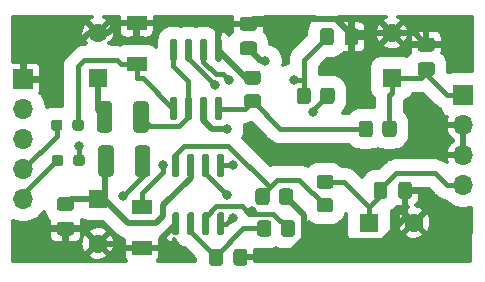
<source format=gbr>
G04 #@! TF.GenerationSoftware,KiCad,Pcbnew,(5.1.9)-1*
G04 #@! TF.CreationDate,2021-04-15T17:28:59+03:00*
G04 #@! TF.ProjectId,Cbc_power_supply_module,4362635f-706f-4776-9572-5f737570706c,rev?*
G04 #@! TF.SameCoordinates,Original*
G04 #@! TF.FileFunction,Copper,L2,Bot*
G04 #@! TF.FilePolarity,Positive*
%FSLAX46Y46*%
G04 Gerber Fmt 4.6, Leading zero omitted, Abs format (unit mm)*
G04 Created by KiCad (PCBNEW (5.1.9)-1) date 2021-04-15 17:28:59*
%MOMM*%
%LPD*%
G01*
G04 APERTURE LIST*
G04 #@! TA.AperFunction,ComponentPad*
%ADD10O,1.700000X1.700000*%
G04 #@! TD*
G04 #@! TA.AperFunction,ComponentPad*
%ADD11R,1.700000X1.700000*%
G04 #@! TD*
G04 #@! TA.AperFunction,SMDPad,CuDef*
%ADD12R,1.700000X1.300000*%
G04 #@! TD*
G04 #@! TA.AperFunction,ComponentPad*
%ADD13C,1.600000*%
G04 #@! TD*
G04 #@! TA.AperFunction,ComponentPad*
%ADD14R,1.600000X1.600000*%
G04 #@! TD*
G04 #@! TA.AperFunction,ViaPad*
%ADD15C,0.800000*%
G04 #@! TD*
G04 #@! TA.AperFunction,Conductor*
%ADD16C,0.500000*%
G04 #@! TD*
G04 #@! TA.AperFunction,Conductor*
%ADD17C,0.400000*%
G04 #@! TD*
G04 #@! TA.AperFunction,Conductor*
%ADD18C,0.300000*%
G04 #@! TD*
G04 #@! TA.AperFunction,Conductor*
%ADD19C,0.100000*%
G04 #@! TD*
G04 APERTURE END LIST*
G04 #@! TA.AperFunction,SMDPad,CuDef*
G36*
G01*
X210898000Y-36453500D02*
X210898000Y-38603500D01*
G75*
G02*
X210648000Y-38853500I-250000J0D01*
G01*
X209848000Y-38853500D01*
G75*
G02*
X209598000Y-38603500I0J250000D01*
G01*
X209598000Y-36453500D01*
G75*
G02*
X209848000Y-36203500I250000J0D01*
G01*
X210648000Y-36203500D01*
G75*
G02*
X210898000Y-36453500I0J-250000D01*
G01*
G37*
G04 #@! TD.AperFunction*
G04 #@! TA.AperFunction,SMDPad,CuDef*
G36*
G01*
X213998000Y-36453500D02*
X213998000Y-38603500D01*
G75*
G02*
X213748000Y-38853500I-250000J0D01*
G01*
X212948000Y-38853500D01*
G75*
G02*
X212698000Y-38603500I0J250000D01*
G01*
X212698000Y-36453500D01*
G75*
G02*
X212948000Y-36203500I250000J0D01*
G01*
X213748000Y-36203500D01*
G75*
G02*
X213998000Y-36453500I0J-250000D01*
G01*
G37*
G04 #@! TD.AperFunction*
D10*
X240474000Y-39560500D03*
X240474000Y-37020500D03*
X240474000Y-34480500D03*
D11*
X240474000Y-31940500D03*
D10*
X203264000Y-40767000D03*
X203264000Y-38227000D03*
X203264000Y-35687000D03*
X203264000Y-33147000D03*
D11*
X203264000Y-30607000D03*
G04 #@! TA.AperFunction,SMDPad,CuDef*
G36*
G01*
X237838000Y-28252000D02*
X236888000Y-28252000D01*
G75*
G02*
X236638000Y-28002000I0J250000D01*
G01*
X236638000Y-27327000D01*
G75*
G02*
X236888000Y-27077000I250000J0D01*
G01*
X237838000Y-27077000D01*
G75*
G02*
X238088000Y-27327000I0J-250000D01*
G01*
X238088000Y-28002000D01*
G75*
G02*
X237838000Y-28252000I-250000J0D01*
G01*
G37*
G04 #@! TD.AperFunction*
G04 #@! TA.AperFunction,SMDPad,CuDef*
G36*
G01*
X237838000Y-30327000D02*
X236888000Y-30327000D01*
G75*
G02*
X236638000Y-30077000I0J250000D01*
G01*
X236638000Y-29402000D01*
G75*
G02*
X236888000Y-29152000I250000J0D01*
G01*
X237838000Y-29152000D01*
G75*
G02*
X238088000Y-29402000I0J-250000D01*
G01*
X238088000Y-30077000D01*
G75*
G02*
X237838000Y-30327000I-250000J0D01*
G01*
G37*
G04 #@! TD.AperFunction*
G04 #@! TA.AperFunction,SMDPad,CuDef*
G36*
G01*
X234977000Y-40480000D02*
X234977000Y-39530000D01*
G75*
G02*
X235227000Y-39280000I250000J0D01*
G01*
X235902000Y-39280000D01*
G75*
G02*
X236152000Y-39530000I0J-250000D01*
G01*
X236152000Y-40480000D01*
G75*
G02*
X235902000Y-40730000I-250000J0D01*
G01*
X235227000Y-40730000D01*
G75*
G02*
X234977000Y-40480000I0J250000D01*
G01*
G37*
G04 #@! TD.AperFunction*
G04 #@! TA.AperFunction,SMDPad,CuDef*
G36*
G01*
X232902000Y-40480000D02*
X232902000Y-39530000D01*
G75*
G02*
X233152000Y-39280000I250000J0D01*
G01*
X233827000Y-39280000D01*
G75*
G02*
X234077000Y-39530000I0J-250000D01*
G01*
X234077000Y-40480000D01*
G75*
G02*
X233827000Y-40730000I-250000J0D01*
G01*
X233152000Y-40730000D01*
G75*
G02*
X232902000Y-40480000I0J250000D01*
G01*
G37*
G04 #@! TD.AperFunction*
G04 #@! TA.AperFunction,SMDPad,CuDef*
G36*
G01*
X222776000Y-26495500D02*
X221826000Y-26495500D01*
G75*
G02*
X221576000Y-26245500I0J250000D01*
G01*
X221576000Y-25570500D01*
G75*
G02*
X221826000Y-25320500I250000J0D01*
G01*
X222776000Y-25320500D01*
G75*
G02*
X223026000Y-25570500I0J-250000D01*
G01*
X223026000Y-26245500D01*
G75*
G02*
X222776000Y-26495500I-250000J0D01*
G01*
G37*
G04 #@! TD.AperFunction*
G04 #@! TA.AperFunction,SMDPad,CuDef*
G36*
G01*
X222776000Y-28570500D02*
X221826000Y-28570500D01*
G75*
G02*
X221576000Y-28320500I0J250000D01*
G01*
X221576000Y-27645500D01*
G75*
G02*
X221826000Y-27395500I250000J0D01*
G01*
X222776000Y-27395500D01*
G75*
G02*
X223026000Y-27645500I0J-250000D01*
G01*
X223026000Y-28320500D01*
G75*
G02*
X222776000Y-28570500I-250000J0D01*
G01*
G37*
G04 #@! TD.AperFunction*
G04 #@! TA.AperFunction,SMDPad,CuDef*
G36*
G01*
X206345000Y-42656000D02*
X207295000Y-42656000D01*
G75*
G02*
X207545000Y-42906000I0J-250000D01*
G01*
X207545000Y-43581000D01*
G75*
G02*
X207295000Y-43831000I-250000J0D01*
G01*
X206345000Y-43831000D01*
G75*
G02*
X206095000Y-43581000I0J250000D01*
G01*
X206095000Y-42906000D01*
G75*
G02*
X206345000Y-42656000I250000J0D01*
G01*
G37*
G04 #@! TD.AperFunction*
G04 #@! TA.AperFunction,SMDPad,CuDef*
G36*
G01*
X206345000Y-40581000D02*
X207295000Y-40581000D01*
G75*
G02*
X207545000Y-40831000I0J-250000D01*
G01*
X207545000Y-41506000D01*
G75*
G02*
X207295000Y-41756000I-250000J0D01*
G01*
X206345000Y-41756000D01*
G75*
G02*
X206095000Y-41506000I0J250000D01*
G01*
X206095000Y-40831000D01*
G75*
G02*
X206345000Y-40581000I250000J0D01*
G01*
G37*
G04 #@! TD.AperFunction*
G04 #@! TA.AperFunction,SMDPad,CuDef*
G36*
G01*
X220114000Y-38871800D02*
X219814000Y-38871800D01*
G75*
G02*
X219664000Y-38721800I0J150000D01*
G01*
X219664000Y-37071800D01*
G75*
G02*
X219814000Y-36921800I150000J0D01*
G01*
X220114000Y-36921800D01*
G75*
G02*
X220264000Y-37071800I0J-150000D01*
G01*
X220264000Y-38721800D01*
G75*
G02*
X220114000Y-38871800I-150000J0D01*
G01*
G37*
G04 #@! TD.AperFunction*
G04 #@! TA.AperFunction,SMDPad,CuDef*
G36*
G01*
X218844000Y-38871800D02*
X218544000Y-38871800D01*
G75*
G02*
X218394000Y-38721800I0J150000D01*
G01*
X218394000Y-37071800D01*
G75*
G02*
X218544000Y-36921800I150000J0D01*
G01*
X218844000Y-36921800D01*
G75*
G02*
X218994000Y-37071800I0J-150000D01*
G01*
X218994000Y-38721800D01*
G75*
G02*
X218844000Y-38871800I-150000J0D01*
G01*
G37*
G04 #@! TD.AperFunction*
G04 #@! TA.AperFunction,SMDPad,CuDef*
G36*
G01*
X217574000Y-38871800D02*
X217274000Y-38871800D01*
G75*
G02*
X217124000Y-38721800I0J150000D01*
G01*
X217124000Y-37071800D01*
G75*
G02*
X217274000Y-36921800I150000J0D01*
G01*
X217574000Y-36921800D01*
G75*
G02*
X217724000Y-37071800I0J-150000D01*
G01*
X217724000Y-38721800D01*
G75*
G02*
X217574000Y-38871800I-150000J0D01*
G01*
G37*
G04 #@! TD.AperFunction*
G04 #@! TA.AperFunction,SMDPad,CuDef*
G36*
G01*
X216304000Y-38871800D02*
X216004000Y-38871800D01*
G75*
G02*
X215854000Y-38721800I0J150000D01*
G01*
X215854000Y-37071800D01*
G75*
G02*
X216004000Y-36921800I150000J0D01*
G01*
X216304000Y-36921800D01*
G75*
G02*
X216454000Y-37071800I0J-150000D01*
G01*
X216454000Y-38721800D01*
G75*
G02*
X216304000Y-38871800I-150000J0D01*
G01*
G37*
G04 #@! TD.AperFunction*
G04 #@! TA.AperFunction,SMDPad,CuDef*
G36*
G01*
X216304000Y-43821800D02*
X216004000Y-43821800D01*
G75*
G02*
X215854000Y-43671800I0J150000D01*
G01*
X215854000Y-42021800D01*
G75*
G02*
X216004000Y-41871800I150000J0D01*
G01*
X216304000Y-41871800D01*
G75*
G02*
X216454000Y-42021800I0J-150000D01*
G01*
X216454000Y-43671800D01*
G75*
G02*
X216304000Y-43821800I-150000J0D01*
G01*
G37*
G04 #@! TD.AperFunction*
G04 #@! TA.AperFunction,SMDPad,CuDef*
G36*
G01*
X217574000Y-43821800D02*
X217274000Y-43821800D01*
G75*
G02*
X217124000Y-43671800I0J150000D01*
G01*
X217124000Y-42021800D01*
G75*
G02*
X217274000Y-41871800I150000J0D01*
G01*
X217574000Y-41871800D01*
G75*
G02*
X217724000Y-42021800I0J-150000D01*
G01*
X217724000Y-43671800D01*
G75*
G02*
X217574000Y-43821800I-150000J0D01*
G01*
G37*
G04 #@! TD.AperFunction*
G04 #@! TA.AperFunction,SMDPad,CuDef*
G36*
G01*
X218844000Y-43821800D02*
X218544000Y-43821800D01*
G75*
G02*
X218394000Y-43671800I0J150000D01*
G01*
X218394000Y-42021800D01*
G75*
G02*
X218544000Y-41871800I150000J0D01*
G01*
X218844000Y-41871800D01*
G75*
G02*
X218994000Y-42021800I0J-150000D01*
G01*
X218994000Y-43671800D01*
G75*
G02*
X218844000Y-43821800I-150000J0D01*
G01*
G37*
G04 #@! TD.AperFunction*
G04 #@! TA.AperFunction,SMDPad,CuDef*
G36*
G01*
X220114000Y-43821800D02*
X219814000Y-43821800D01*
G75*
G02*
X219664000Y-43671800I0J150000D01*
G01*
X219664000Y-42021800D01*
G75*
G02*
X219814000Y-41871800I150000J0D01*
G01*
X220114000Y-41871800D01*
G75*
G02*
X220264000Y-42021800I0J-150000D01*
G01*
X220264000Y-43671800D01*
G75*
G02*
X220114000Y-43821800I-150000J0D01*
G01*
G37*
G04 #@! TD.AperFunction*
G04 #@! TA.AperFunction,SMDPad,CuDef*
G36*
G01*
X215813000Y-32108500D02*
X216113000Y-32108500D01*
G75*
G02*
X216263000Y-32258500I0J-150000D01*
G01*
X216263000Y-33908500D01*
G75*
G02*
X216113000Y-34058500I-150000J0D01*
G01*
X215813000Y-34058500D01*
G75*
G02*
X215663000Y-33908500I0J150000D01*
G01*
X215663000Y-32258500D01*
G75*
G02*
X215813000Y-32108500I150000J0D01*
G01*
G37*
G04 #@! TD.AperFunction*
G04 #@! TA.AperFunction,SMDPad,CuDef*
G36*
G01*
X217083000Y-32108500D02*
X217383000Y-32108500D01*
G75*
G02*
X217533000Y-32258500I0J-150000D01*
G01*
X217533000Y-33908500D01*
G75*
G02*
X217383000Y-34058500I-150000J0D01*
G01*
X217083000Y-34058500D01*
G75*
G02*
X216933000Y-33908500I0J150000D01*
G01*
X216933000Y-32258500D01*
G75*
G02*
X217083000Y-32108500I150000J0D01*
G01*
G37*
G04 #@! TD.AperFunction*
G04 #@! TA.AperFunction,SMDPad,CuDef*
G36*
G01*
X218353000Y-32108500D02*
X218653000Y-32108500D01*
G75*
G02*
X218803000Y-32258500I0J-150000D01*
G01*
X218803000Y-33908500D01*
G75*
G02*
X218653000Y-34058500I-150000J0D01*
G01*
X218353000Y-34058500D01*
G75*
G02*
X218203000Y-33908500I0J150000D01*
G01*
X218203000Y-32258500D01*
G75*
G02*
X218353000Y-32108500I150000J0D01*
G01*
G37*
G04 #@! TD.AperFunction*
G04 #@! TA.AperFunction,SMDPad,CuDef*
G36*
G01*
X219623000Y-32108500D02*
X219923000Y-32108500D01*
G75*
G02*
X220073000Y-32258500I0J-150000D01*
G01*
X220073000Y-33908500D01*
G75*
G02*
X219923000Y-34058500I-150000J0D01*
G01*
X219623000Y-34058500D01*
G75*
G02*
X219473000Y-33908500I0J150000D01*
G01*
X219473000Y-32258500D01*
G75*
G02*
X219623000Y-32108500I150000J0D01*
G01*
G37*
G04 #@! TD.AperFunction*
G04 #@! TA.AperFunction,SMDPad,CuDef*
G36*
G01*
X219623000Y-27158500D02*
X219923000Y-27158500D01*
G75*
G02*
X220073000Y-27308500I0J-150000D01*
G01*
X220073000Y-28958500D01*
G75*
G02*
X219923000Y-29108500I-150000J0D01*
G01*
X219623000Y-29108500D01*
G75*
G02*
X219473000Y-28958500I0J150000D01*
G01*
X219473000Y-27308500D01*
G75*
G02*
X219623000Y-27158500I150000J0D01*
G01*
G37*
G04 #@! TD.AperFunction*
G04 #@! TA.AperFunction,SMDPad,CuDef*
G36*
G01*
X218353000Y-27158500D02*
X218653000Y-27158500D01*
G75*
G02*
X218803000Y-27308500I0J-150000D01*
G01*
X218803000Y-28958500D01*
G75*
G02*
X218653000Y-29108500I-150000J0D01*
G01*
X218353000Y-29108500D01*
G75*
G02*
X218203000Y-28958500I0J150000D01*
G01*
X218203000Y-27308500D01*
G75*
G02*
X218353000Y-27158500I150000J0D01*
G01*
G37*
G04 #@! TD.AperFunction*
G04 #@! TA.AperFunction,SMDPad,CuDef*
G36*
G01*
X217083000Y-27158500D02*
X217383000Y-27158500D01*
G75*
G02*
X217533000Y-27308500I0J-150000D01*
G01*
X217533000Y-28958500D01*
G75*
G02*
X217383000Y-29108500I-150000J0D01*
G01*
X217083000Y-29108500D01*
G75*
G02*
X216933000Y-28958500I0J150000D01*
G01*
X216933000Y-27308500D01*
G75*
G02*
X217083000Y-27158500I150000J0D01*
G01*
G37*
G04 #@! TD.AperFunction*
G04 #@! TA.AperFunction,SMDPad,CuDef*
G36*
G01*
X215813000Y-27158500D02*
X216113000Y-27158500D01*
G75*
G02*
X216263000Y-27308500I0J-150000D01*
G01*
X216263000Y-28958500D01*
G75*
G02*
X216113000Y-29108500I-150000J0D01*
G01*
X215813000Y-29108500D01*
G75*
G02*
X215663000Y-28958500I0J150000D01*
G01*
X215663000Y-27308500D01*
G75*
G02*
X215813000Y-27158500I150000J0D01*
G01*
G37*
G04 #@! TD.AperFunction*
G04 #@! TA.AperFunction,SMDPad,CuDef*
G36*
G01*
X222205999Y-31861200D02*
X223106001Y-31861200D01*
G75*
G02*
X223356000Y-32111199I0J-249999D01*
G01*
X223356000Y-32811201D01*
G75*
G02*
X223106001Y-33061200I-249999J0D01*
G01*
X222205999Y-33061200D01*
G75*
G02*
X221956000Y-32811201I0J249999D01*
G01*
X221956000Y-32111199D01*
G75*
G02*
X222205999Y-31861200I249999J0D01*
G01*
G37*
G04 #@! TD.AperFunction*
G04 #@! TA.AperFunction,SMDPad,CuDef*
G36*
G01*
X222205999Y-29861200D02*
X223106001Y-29861200D01*
G75*
G02*
X223356000Y-30111199I0J-249999D01*
G01*
X223356000Y-30811201D01*
G75*
G02*
X223106001Y-31061200I-249999J0D01*
G01*
X222205999Y-31061200D01*
G75*
G02*
X221956000Y-30811201I0J249999D01*
G01*
X221956000Y-30111199D01*
G75*
G02*
X222205999Y-29861200I249999J0D01*
G01*
G37*
G04 #@! TD.AperFunction*
G04 #@! TA.AperFunction,SMDPad,CuDef*
G36*
G01*
X233652000Y-35248001D02*
X233652000Y-34347999D01*
G75*
G02*
X233901999Y-34098000I249999J0D01*
G01*
X234602001Y-34098000D01*
G75*
G02*
X234852000Y-34347999I0J-249999D01*
G01*
X234852000Y-35248001D01*
G75*
G02*
X234602001Y-35498000I-249999J0D01*
G01*
X233901999Y-35498000D01*
G75*
G02*
X233652000Y-35248001I0J249999D01*
G01*
G37*
G04 #@! TD.AperFunction*
G04 #@! TA.AperFunction,SMDPad,CuDef*
G36*
G01*
X231652000Y-35248001D02*
X231652000Y-34347999D01*
G75*
G02*
X231901999Y-34098000I249999J0D01*
G01*
X232602001Y-34098000D01*
G75*
G02*
X232852000Y-34347999I0J-249999D01*
G01*
X232852000Y-35248001D01*
G75*
G02*
X232602001Y-35498000I-249999J0D01*
G01*
X231901999Y-35498000D01*
G75*
G02*
X231652000Y-35248001I0J249999D01*
G01*
G37*
G04 #@! TD.AperFunction*
G04 #@! TA.AperFunction,SMDPad,CuDef*
G36*
G01*
X224101000Y-40088399D02*
X224101000Y-40988401D01*
G75*
G02*
X223851001Y-41238400I-249999J0D01*
G01*
X223150999Y-41238400D01*
G75*
G02*
X222901000Y-40988401I0J249999D01*
G01*
X222901000Y-40088399D01*
G75*
G02*
X223150999Y-39838400I249999J0D01*
G01*
X223851001Y-39838400D01*
G75*
G02*
X224101000Y-40088399I0J-249999D01*
G01*
G37*
G04 #@! TD.AperFunction*
G04 #@! TA.AperFunction,SMDPad,CuDef*
G36*
G01*
X226101000Y-40088399D02*
X226101000Y-40988401D01*
G75*
G02*
X225851001Y-41238400I-249999J0D01*
G01*
X225150999Y-41238400D01*
G75*
G02*
X224901000Y-40988401I0J249999D01*
G01*
X224901000Y-40088399D01*
G75*
G02*
X225150999Y-39838400I249999J0D01*
G01*
X225851001Y-39838400D01*
G75*
G02*
X226101000Y-40088399I0J-249999D01*
G01*
G37*
G04 #@! TD.AperFunction*
G04 #@! TA.AperFunction,SMDPad,CuDef*
G36*
G01*
X229240001Y-39875000D02*
X228339999Y-39875000D01*
G75*
G02*
X228090000Y-39625001I0J249999D01*
G01*
X228090000Y-38924999D01*
G75*
G02*
X228339999Y-38675000I249999J0D01*
G01*
X229240001Y-38675000D01*
G75*
G02*
X229490000Y-38924999I0J-249999D01*
G01*
X229490000Y-39625001D01*
G75*
G02*
X229240001Y-39875000I-249999J0D01*
G01*
G37*
G04 #@! TD.AperFunction*
G04 #@! TA.AperFunction,SMDPad,CuDef*
G36*
G01*
X229240001Y-41875000D02*
X228339999Y-41875000D01*
G75*
G02*
X228090000Y-41625001I0J249999D01*
G01*
X228090000Y-40924999D01*
G75*
G02*
X228339999Y-40675000I249999J0D01*
G01*
X229240001Y-40675000D01*
G75*
G02*
X229490000Y-40924999I0J-249999D01*
G01*
X229490000Y-41625001D01*
G75*
G02*
X229240001Y-41875000I-249999J0D01*
G01*
G37*
G04 #@! TD.AperFunction*
G04 #@! TA.AperFunction,SMDPad,CuDef*
G36*
G01*
X228400000Y-32450001D02*
X228400000Y-31549999D01*
G75*
G02*
X228649999Y-31300000I249999J0D01*
G01*
X229350001Y-31300000D01*
G75*
G02*
X229600000Y-31549999I0J-249999D01*
G01*
X229600000Y-32450001D01*
G75*
G02*
X229350001Y-32700000I-249999J0D01*
G01*
X228649999Y-32700000D01*
G75*
G02*
X228400000Y-32450001I0J249999D01*
G01*
G37*
G04 #@! TD.AperFunction*
G04 #@! TA.AperFunction,SMDPad,CuDef*
G36*
G01*
X226400000Y-32450001D02*
X226400000Y-31549999D01*
G75*
G02*
X226649999Y-31300000I249999J0D01*
G01*
X227350001Y-31300000D01*
G75*
G02*
X227600000Y-31549999I0J-249999D01*
G01*
X227600000Y-32450001D01*
G75*
G02*
X227350001Y-32700000I-249999J0D01*
G01*
X226649999Y-32700000D01*
G75*
G02*
X226400000Y-32450001I0J249999D01*
G01*
G37*
G04 #@! TD.AperFunction*
G04 #@! TA.AperFunction,SMDPad,CuDef*
G36*
G01*
X225054000Y-43680801D02*
X225054000Y-42780799D01*
G75*
G02*
X225303999Y-42530800I249999J0D01*
G01*
X226004001Y-42530800D01*
G75*
G02*
X226254000Y-42780799I0J-249999D01*
G01*
X226254000Y-43680801D01*
G75*
G02*
X226004001Y-43930800I-249999J0D01*
G01*
X225303999Y-43930800D01*
G75*
G02*
X225054000Y-43680801I0J249999D01*
G01*
G37*
G04 #@! TD.AperFunction*
G04 #@! TA.AperFunction,SMDPad,CuDef*
G36*
G01*
X223054000Y-43680801D02*
X223054000Y-42780799D01*
G75*
G02*
X223303999Y-42530800I249999J0D01*
G01*
X224004001Y-42530800D01*
G75*
G02*
X224254000Y-42780799I0J-249999D01*
G01*
X224254000Y-43680801D01*
G75*
G02*
X224004001Y-43930800I-249999J0D01*
G01*
X223303999Y-43930800D01*
G75*
G02*
X223054000Y-43680801I0J249999D01*
G01*
G37*
G04 #@! TD.AperFunction*
G04 #@! TA.AperFunction,SMDPad,CuDef*
G36*
G01*
X206561000Y-34243000D02*
X206561000Y-34718000D01*
G75*
G02*
X206323500Y-34955500I-237500J0D01*
G01*
X205823500Y-34955500D01*
G75*
G02*
X205586000Y-34718000I0J237500D01*
G01*
X205586000Y-34243000D01*
G75*
G02*
X205823500Y-34005500I237500J0D01*
G01*
X206323500Y-34005500D01*
G75*
G02*
X206561000Y-34243000I0J-237500D01*
G01*
G37*
G04 #@! TD.AperFunction*
G04 #@! TA.AperFunction,SMDPad,CuDef*
G36*
G01*
X208386000Y-34243000D02*
X208386000Y-34718000D01*
G75*
G02*
X208148500Y-34955500I-237500J0D01*
G01*
X207648500Y-34955500D01*
G75*
G02*
X207411000Y-34718000I0J237500D01*
G01*
X207411000Y-34243000D01*
G75*
G02*
X207648500Y-34005500I237500J0D01*
G01*
X208148500Y-34005500D01*
G75*
G02*
X208386000Y-34243000I0J-237500D01*
G01*
G37*
G04 #@! TD.AperFunction*
G04 #@! TA.AperFunction,SMDPad,CuDef*
G36*
G01*
X206625000Y-37227500D02*
X206625000Y-37702500D01*
G75*
G02*
X206387500Y-37940000I-237500J0D01*
G01*
X205887500Y-37940000D01*
G75*
G02*
X205650000Y-37702500I0J237500D01*
G01*
X205650000Y-37227500D01*
G75*
G02*
X205887500Y-36990000I237500J0D01*
G01*
X206387500Y-36990000D01*
G75*
G02*
X206625000Y-37227500I0J-237500D01*
G01*
G37*
G04 #@! TD.AperFunction*
G04 #@! TA.AperFunction,SMDPad,CuDef*
G36*
G01*
X208450000Y-37227500D02*
X208450000Y-37702500D01*
G75*
G02*
X208212500Y-37940000I-237500J0D01*
G01*
X207712500Y-37940000D01*
G75*
G02*
X207475000Y-37702500I0J237500D01*
G01*
X207475000Y-37227500D01*
G75*
G02*
X207712500Y-36990000I237500J0D01*
G01*
X208212500Y-36990000D01*
G75*
G02*
X208450000Y-37227500I0J-237500D01*
G01*
G37*
G04 #@! TD.AperFunction*
G04 #@! TA.AperFunction,SMDPad,CuDef*
G36*
G01*
X210772000Y-32707000D02*
X210772000Y-34857000D01*
G75*
G02*
X210522000Y-35107000I-250000J0D01*
G01*
X209722000Y-35107000D01*
G75*
G02*
X209472000Y-34857000I0J250000D01*
G01*
X209472000Y-32707000D01*
G75*
G02*
X209722000Y-32457000I250000J0D01*
G01*
X210522000Y-32457000D01*
G75*
G02*
X210772000Y-32707000I0J-250000D01*
G01*
G37*
G04 #@! TD.AperFunction*
G04 #@! TA.AperFunction,SMDPad,CuDef*
G36*
G01*
X213872000Y-32707000D02*
X213872000Y-34857000D01*
G75*
G02*
X213622000Y-35107000I-250000J0D01*
G01*
X212822000Y-35107000D01*
G75*
G02*
X212572000Y-34857000I0J250000D01*
G01*
X212572000Y-32707000D01*
G75*
G02*
X212822000Y-32457000I250000J0D01*
G01*
X213622000Y-32457000D01*
G75*
G02*
X213872000Y-32707000I0J-250000D01*
G01*
G37*
G04 #@! TD.AperFunction*
D12*
X212852000Y-25837000D03*
X212852000Y-29337000D03*
X213296000Y-44902000D03*
X213296000Y-41402000D03*
D13*
X234442000Y-26680000D03*
D14*
X234442000Y-30480000D03*
D13*
X236337000Y-42735500D03*
D14*
X232537000Y-42735500D03*
G04 #@! TA.AperFunction,SMDPad,CuDef*
G36*
G01*
X230450000Y-27475000D02*
X230450000Y-26525000D01*
G75*
G02*
X230700000Y-26275000I250000J0D01*
G01*
X231375000Y-26275000D01*
G75*
G02*
X231625000Y-26525000I0J-250000D01*
G01*
X231625000Y-27475000D01*
G75*
G02*
X231375000Y-27725000I-250000J0D01*
G01*
X230700000Y-27725000D01*
G75*
G02*
X230450000Y-27475000I0J250000D01*
G01*
G37*
G04 #@! TD.AperFunction*
G04 #@! TA.AperFunction,SMDPad,CuDef*
G36*
G01*
X228375000Y-27475000D02*
X228375000Y-26525000D01*
G75*
G02*
X228625000Y-26275000I250000J0D01*
G01*
X229300000Y-26275000D01*
G75*
G02*
X229550000Y-26525000I0J-250000D01*
G01*
X229550000Y-27475000D01*
G75*
G02*
X229300000Y-27725000I-250000J0D01*
G01*
X228625000Y-27725000D01*
G75*
G02*
X228375000Y-27475000I0J250000D01*
G01*
G37*
G04 #@! TD.AperFunction*
G04 #@! TA.AperFunction,SMDPad,CuDef*
G36*
G01*
X221045000Y-46144200D02*
X221045000Y-45194200D01*
G75*
G02*
X221295000Y-44944200I250000J0D01*
G01*
X221970000Y-44944200D01*
G75*
G02*
X222220000Y-45194200I0J-250000D01*
G01*
X222220000Y-46144200D01*
G75*
G02*
X221970000Y-46394200I-250000J0D01*
G01*
X221295000Y-46394200D01*
G75*
G02*
X221045000Y-46144200I0J250000D01*
G01*
G37*
G04 #@! TD.AperFunction*
G04 #@! TA.AperFunction,SMDPad,CuDef*
G36*
G01*
X218970000Y-46144200D02*
X218970000Y-45194200D01*
G75*
G02*
X219220000Y-44944200I250000J0D01*
G01*
X219895000Y-44944200D01*
G75*
G02*
X220145000Y-45194200I0J-250000D01*
G01*
X220145000Y-46144200D01*
G75*
G02*
X219895000Y-46394200I-250000J0D01*
G01*
X219220000Y-46394200D01*
G75*
G02*
X218970000Y-46144200I0J250000D01*
G01*
G37*
G04 #@! TD.AperFunction*
D13*
X209550000Y-26680000D03*
D14*
X209550000Y-30480000D03*
D13*
X209550000Y-44503500D03*
D14*
X209550000Y-40703500D03*
D15*
X223747600Y-29080600D03*
X220492400Y-34830100D03*
X220634900Y-30656300D03*
X226180900Y-30656300D03*
X207950600Y-36283500D03*
X220965300Y-37882700D03*
X215115300Y-37882700D03*
X222580400Y-41779100D03*
X219472300Y-31061000D03*
X227773500Y-33387100D03*
X211723900Y-40440400D03*
X220463600Y-40413400D03*
X220995800Y-42302600D03*
D16*
X219773000Y-28133500D02*
X222100700Y-30461200D01*
X222100700Y-30461200D02*
X222656000Y-30461200D01*
X219773000Y-25908000D02*
X219773000Y-28133500D01*
X214452300Y-25837000D02*
X219702000Y-25837000D01*
X219702000Y-25837000D02*
X219773000Y-25908000D01*
X222301000Y-25908000D02*
X219773000Y-25908000D01*
X209550000Y-44503500D02*
X211297200Y-44503500D01*
X211297200Y-44503500D02*
X211695700Y-44902000D01*
X206820000Y-43243500D02*
X208290000Y-43243500D01*
X208290000Y-43243500D02*
X209550000Y-44503500D01*
X213296000Y-44902000D02*
X211695700Y-44902000D01*
X231037500Y-26828300D02*
X229709900Y-25500700D01*
X229709900Y-25500700D02*
X222708300Y-25500700D01*
X222708300Y-25500700D02*
X222301000Y-25908000D01*
X231037500Y-27000000D02*
X231037500Y-26828300D01*
X234442000Y-26680000D02*
X231185800Y-26680000D01*
X231185800Y-26680000D02*
X231037500Y-26828300D01*
X237363000Y-27664500D02*
X236378500Y-26680000D01*
X236378500Y-26680000D02*
X234442000Y-26680000D01*
X235776000Y-42174400D02*
X235564500Y-41963000D01*
X235564500Y-41963000D02*
X235564500Y-40005000D01*
X236337000Y-42735500D02*
X235776000Y-42174400D01*
X227049900Y-44114600D02*
X227221200Y-44285900D01*
X227221200Y-44285900D02*
X233664500Y-44285900D01*
X233664500Y-44285900D02*
X235776000Y-42174400D01*
X225501000Y-40538400D02*
X227049900Y-42087300D01*
X227049900Y-42087300D02*
X227049900Y-44114600D01*
X227049900Y-44114600D02*
X225495300Y-45669200D01*
X225495300Y-45669200D02*
X221632500Y-45669200D01*
X213296000Y-44902000D02*
X214896300Y-44902000D01*
X214896300Y-44902000D02*
X214896300Y-44104500D01*
X214896300Y-44104500D02*
X216154000Y-42846800D01*
X203264000Y-30607000D02*
X204864300Y-30607000D01*
X209550000Y-26680000D02*
X208791300Y-26680000D01*
X208791300Y-26680000D02*
X204864300Y-30607000D01*
X211251700Y-25837000D02*
X210408700Y-26680000D01*
X210408700Y-26680000D02*
X209550000Y-26680000D01*
X212852000Y-25837000D02*
X214452300Y-25837000D01*
X240474000Y-34480500D02*
X240474000Y-37020500D01*
X212852000Y-25837000D02*
X211251700Y-25837000D01*
X209550000Y-40703500D02*
X207285000Y-40703500D01*
X207285000Y-40703500D02*
X206820000Y-41168500D01*
X210179800Y-40703500D02*
X209550000Y-40703500D01*
X210179800Y-40703500D02*
X210179800Y-37596700D01*
X210179800Y-37596700D02*
X210248000Y-37528500D01*
X217424000Y-37896800D02*
X217424000Y-38928100D01*
X217424000Y-38928100D02*
X215103000Y-41249100D01*
X215103000Y-41249100D02*
X215103000Y-42174600D01*
X215103000Y-42174600D02*
X214475200Y-42802400D01*
X214475200Y-42802400D02*
X212119900Y-42802400D01*
X212119900Y-42802400D02*
X210179800Y-40862300D01*
X210179800Y-40862300D02*
X210179800Y-40703500D01*
X223747600Y-29080600D02*
X223398600Y-29080600D01*
X223398600Y-29080600D02*
X222301000Y-27983000D01*
X218503000Y-33083500D02*
X218503000Y-34066000D01*
X218503000Y-34066000D02*
X219267100Y-34830100D01*
X219267100Y-34830100D02*
X220492400Y-34830100D01*
X209550000Y-30480000D02*
X209550000Y-33210000D01*
X209550000Y-33210000D02*
X210122000Y-33782000D01*
D17*
X219557500Y-45549100D02*
X219557500Y-45669200D01*
X223654000Y-43230800D02*
X221875800Y-43230800D01*
X221875800Y-43230800D02*
X219557500Y-45549100D01*
X217424000Y-42846800D02*
X217424000Y-43526000D01*
X217424000Y-43526000D02*
X219447100Y-45549100D01*
X219447100Y-45549100D02*
X219557500Y-45549100D01*
X227000000Y-30656300D02*
X226180900Y-30656300D01*
X227000000Y-30656300D02*
X227000000Y-32000000D01*
X228962500Y-27000000D02*
X227000000Y-28962500D01*
X227000000Y-28962500D02*
X227000000Y-30656300D01*
X220634900Y-30656300D02*
X220139200Y-30160600D01*
X220139200Y-30160600D02*
X219562400Y-30160600D01*
X219562400Y-30160600D02*
X218503000Y-29101200D01*
X218503000Y-29101200D02*
X218503000Y-28133500D01*
X228790000Y-39275000D02*
X230376800Y-39275000D01*
X230376800Y-39275000D02*
X232537000Y-41435200D01*
X232537000Y-42735500D02*
X232537000Y-41435200D01*
X232537000Y-41435200D02*
X233489500Y-40482700D01*
X233489500Y-40482700D02*
X233489500Y-40005000D01*
X233489500Y-40005000D02*
X233489500Y-39906500D01*
X233489500Y-39906500D02*
X234825000Y-38571000D01*
X234825000Y-38571000D02*
X238134200Y-38571000D01*
X238134200Y-38571000D02*
X239123700Y-39560500D01*
X240474000Y-39560500D02*
X239123700Y-39560500D01*
X237292900Y-30109700D02*
X239123700Y-31940500D01*
X234442000Y-30480000D02*
X236922600Y-30480000D01*
X236922600Y-30480000D02*
X237292900Y-30109700D01*
X237292900Y-30109700D02*
X237292900Y-29809600D01*
X237292900Y-29809600D02*
X237363000Y-29739500D01*
X240474000Y-31940500D02*
X239123700Y-31940500D01*
X234442000Y-30480000D02*
X234442000Y-31780300D01*
X234252000Y-34798000D02*
X234252000Y-31970300D01*
X234252000Y-31970300D02*
X234442000Y-31780300D01*
X207962500Y-37465000D02*
X207950600Y-37453100D01*
X207950600Y-37453100D02*
X207950600Y-36283500D01*
X213296000Y-41402000D02*
X213296000Y-40251700D01*
X213296000Y-40251700D02*
X215115300Y-38432400D01*
X215115300Y-38432400D02*
X215115300Y-37882700D01*
X219964000Y-37896800D02*
X220951200Y-37896800D01*
X220951200Y-37896800D02*
X220965300Y-37882700D01*
X215963000Y-33083500D02*
X213366800Y-30487300D01*
X213366800Y-30487300D02*
X212852000Y-30487300D01*
X212852000Y-29337000D02*
X211501700Y-29337000D01*
X207898500Y-34480500D02*
X207898500Y-29471900D01*
X207898500Y-29471900D02*
X208392400Y-28978000D01*
X208392400Y-28978000D02*
X211142700Y-28978000D01*
X211142700Y-28978000D02*
X211501700Y-29337000D01*
X212852000Y-29337000D02*
X212852000Y-30487300D01*
X222370200Y-41989300D02*
X222580400Y-41779100D01*
X225654000Y-43230800D02*
X224412600Y-41989400D01*
X224412600Y-41989400D02*
X222370200Y-41989400D01*
X222370200Y-41989400D02*
X222370200Y-41989300D01*
X218694000Y-42846800D02*
X218694000Y-42222100D01*
X218694000Y-42222100D02*
X219565700Y-41350400D01*
X219565700Y-41350400D02*
X221731300Y-41350400D01*
X221731300Y-41350400D02*
X222370200Y-41989300D01*
X219472300Y-31061000D02*
X217233000Y-28821700D01*
X217233000Y-28821700D02*
X217233000Y-28133500D01*
X229000000Y-32000000D02*
X227773500Y-33226500D01*
X227773500Y-33226500D02*
X227773500Y-33387100D01*
X217233000Y-33083500D02*
X217233000Y-30718300D01*
X217233000Y-30718300D02*
X215963000Y-29448300D01*
X215963000Y-29448300D02*
X215963000Y-28133500D01*
X213222000Y-33782000D02*
X214018900Y-34578900D01*
X214018900Y-34578900D02*
X216422300Y-34578900D01*
X216422300Y-34578900D02*
X217233000Y-33768200D01*
X217233000Y-33768200D02*
X217233000Y-33083500D01*
X224098900Y-39708300D02*
X223501000Y-40306200D01*
X223501000Y-40306200D02*
X223501000Y-40538400D01*
X228790000Y-41275000D02*
X226625500Y-39110500D01*
X226625500Y-39110500D02*
X224696700Y-39110500D01*
X224696700Y-39110500D02*
X224098900Y-39708300D01*
X216154000Y-37896800D02*
X216154000Y-36913300D01*
X216154000Y-36913300D02*
X216858500Y-36208800D01*
X216858500Y-36208800D02*
X220599300Y-36208800D01*
X220599300Y-36208800D02*
X224098900Y-39708300D01*
X232252000Y-34798000D02*
X224992800Y-34798000D01*
X224992800Y-34798000D02*
X222656000Y-32461200D01*
X222656000Y-32461200D02*
X222033700Y-33083500D01*
X222033700Y-33083500D02*
X219773000Y-33083500D01*
X206137500Y-37465000D02*
X203264000Y-40338500D01*
X203264000Y-40338500D02*
X203264000Y-40767000D01*
X206073500Y-34480500D02*
X206073500Y-35417500D01*
X206073500Y-35417500D02*
X203264000Y-38227000D01*
X218694000Y-37896800D02*
X218694000Y-38643800D01*
X218694000Y-38643800D02*
X220463600Y-40413400D01*
X213348000Y-37528500D02*
X213348000Y-38816300D01*
X213348000Y-38816300D02*
X211723900Y-40440400D01*
X219964000Y-42846800D02*
X220451600Y-42846800D01*
X220451600Y-42846800D02*
X220995800Y-42302600D01*
D18*
X205046428Y-42043886D02*
X205176316Y-42286890D01*
X205351116Y-42499884D01*
X205441857Y-42574353D01*
X205433816Y-42656000D01*
X205437000Y-42975000D01*
X205601500Y-43139500D01*
X206716000Y-43139500D01*
X206716000Y-43119500D01*
X206924000Y-43119500D01*
X206924000Y-43139500D01*
X208038500Y-43139500D01*
X208203000Y-42975000D01*
X208206184Y-42656000D01*
X208198143Y-42574353D01*
X208243787Y-42536894D01*
X208307785Y-42571102D01*
X208524561Y-42636860D01*
X208750000Y-42659064D01*
X209996666Y-42659064D01*
X211081320Y-43743719D01*
X211125161Y-43797139D01*
X211338338Y-43972090D01*
X211496833Y-44056807D01*
X211581550Y-44102090D01*
X211701576Y-44138499D01*
X211793255Y-44166309D01*
X211784816Y-44252000D01*
X211788000Y-44633500D01*
X211952500Y-44798000D01*
X213192000Y-44798000D01*
X213192000Y-44778000D01*
X213400000Y-44778000D01*
X213400000Y-44798000D01*
X214639500Y-44798000D01*
X214804000Y-44633500D01*
X214807184Y-44252000D01*
X214798834Y-44167223D01*
X215013549Y-44102090D01*
X215218229Y-43992686D01*
X215243146Y-44074824D01*
X215304246Y-44189134D01*
X215386472Y-44289328D01*
X215486666Y-44371554D01*
X215600976Y-44432654D01*
X215725009Y-44470280D01*
X215854000Y-44482984D01*
X215885500Y-44479800D01*
X216050000Y-44315300D01*
X216050000Y-44112686D01*
X216067816Y-44171418D01*
X216188463Y-44397132D01*
X216350827Y-44594973D01*
X216548668Y-44757337D01*
X216774382Y-44877984D01*
X216907036Y-44918224D01*
X217814436Y-45825624D01*
X217814436Y-45979829D01*
X214642078Y-45984740D01*
X214695754Y-45919334D01*
X214756854Y-45805024D01*
X214794480Y-45680991D01*
X214807184Y-45552000D01*
X214804000Y-45170500D01*
X214639500Y-45006000D01*
X213400000Y-45006000D01*
X213400000Y-45026000D01*
X213192000Y-45026000D01*
X213192000Y-45006000D01*
X211952500Y-45006000D01*
X211788000Y-45170500D01*
X211784816Y-45552000D01*
X211797520Y-45680991D01*
X211835146Y-45805024D01*
X211896246Y-45919334D01*
X211953338Y-45988902D01*
X202406500Y-46003680D01*
X202406500Y-45493725D01*
X208706853Y-45493725D01*
X208775173Y-45746894D01*
X209032635Y-45874164D01*
X209309980Y-45948760D01*
X209596547Y-45967815D01*
X209881327Y-45930598D01*
X210153374Y-45838538D01*
X210324827Y-45746894D01*
X210393147Y-45493725D01*
X209550000Y-44650578D01*
X208706853Y-45493725D01*
X202406500Y-45493725D01*
X202406500Y-43831000D01*
X205433816Y-43831000D01*
X205446520Y-43959991D01*
X205484146Y-44084024D01*
X205545246Y-44198334D01*
X205627472Y-44298528D01*
X205727666Y-44380754D01*
X205841976Y-44441854D01*
X205966009Y-44479480D01*
X206095000Y-44492184D01*
X206551500Y-44489000D01*
X206716000Y-44324500D01*
X206716000Y-43347500D01*
X206924000Y-43347500D01*
X206924000Y-44324500D01*
X207088500Y-44489000D01*
X207545000Y-44492184D01*
X207673991Y-44479480D01*
X207798024Y-44441854D01*
X207912334Y-44380754D01*
X208012528Y-44298528D01*
X208094754Y-44198334D01*
X208150124Y-44094744D01*
X208104740Y-44263480D01*
X208085685Y-44550047D01*
X208122902Y-44834827D01*
X208214962Y-45106874D01*
X208306606Y-45278327D01*
X208559775Y-45346647D01*
X209402922Y-44503500D01*
X209697078Y-44503500D01*
X210540225Y-45346647D01*
X210793394Y-45278327D01*
X210920664Y-45020865D01*
X210995260Y-44743520D01*
X211014315Y-44456953D01*
X210977098Y-44172173D01*
X210885038Y-43900126D01*
X210793394Y-43728673D01*
X210540225Y-43660353D01*
X209697078Y-44503500D01*
X209402922Y-44503500D01*
X208559775Y-43660353D01*
X208306606Y-43728673D01*
X208193784Y-43956908D01*
X208206184Y-43831000D01*
X208203013Y-43513275D01*
X208706853Y-43513275D01*
X209550000Y-44356422D01*
X210393147Y-43513275D01*
X210324827Y-43260106D01*
X210067365Y-43132836D01*
X209790020Y-43058240D01*
X209503453Y-43039185D01*
X209218673Y-43076402D01*
X208946626Y-43168462D01*
X208775173Y-43260106D01*
X208706853Y-43513275D01*
X208203013Y-43513275D01*
X208203000Y-43512000D01*
X208038500Y-43347500D01*
X206924000Y-43347500D01*
X206716000Y-43347500D01*
X205601500Y-43347500D01*
X205437000Y-43512000D01*
X205433816Y-43831000D01*
X202406500Y-43831000D01*
X202406500Y-42576596D01*
X202680622Y-42690141D01*
X203067017Y-42767000D01*
X203460983Y-42767000D01*
X203847378Y-42690141D01*
X204211355Y-42539377D01*
X204538926Y-42320501D01*
X204817501Y-42041926D01*
X204974540Y-41806901D01*
X205046428Y-42043886D01*
G04 #@! TA.AperFunction,Conductor*
D19*
G36*
X205046428Y-42043886D02*
G01*
X205176316Y-42286890D01*
X205351116Y-42499884D01*
X205441857Y-42574353D01*
X205433816Y-42656000D01*
X205437000Y-42975000D01*
X205601500Y-43139500D01*
X206716000Y-43139500D01*
X206716000Y-43119500D01*
X206924000Y-43119500D01*
X206924000Y-43139500D01*
X208038500Y-43139500D01*
X208203000Y-42975000D01*
X208206184Y-42656000D01*
X208198143Y-42574353D01*
X208243787Y-42536894D01*
X208307785Y-42571102D01*
X208524561Y-42636860D01*
X208750000Y-42659064D01*
X209996666Y-42659064D01*
X211081320Y-43743719D01*
X211125161Y-43797139D01*
X211338338Y-43972090D01*
X211496833Y-44056807D01*
X211581550Y-44102090D01*
X211701576Y-44138499D01*
X211793255Y-44166309D01*
X211784816Y-44252000D01*
X211788000Y-44633500D01*
X211952500Y-44798000D01*
X213192000Y-44798000D01*
X213192000Y-44778000D01*
X213400000Y-44778000D01*
X213400000Y-44798000D01*
X214639500Y-44798000D01*
X214804000Y-44633500D01*
X214807184Y-44252000D01*
X214798834Y-44167223D01*
X215013549Y-44102090D01*
X215218229Y-43992686D01*
X215243146Y-44074824D01*
X215304246Y-44189134D01*
X215386472Y-44289328D01*
X215486666Y-44371554D01*
X215600976Y-44432654D01*
X215725009Y-44470280D01*
X215854000Y-44482984D01*
X215885500Y-44479800D01*
X216050000Y-44315300D01*
X216050000Y-44112686D01*
X216067816Y-44171418D01*
X216188463Y-44397132D01*
X216350827Y-44594973D01*
X216548668Y-44757337D01*
X216774382Y-44877984D01*
X216907036Y-44918224D01*
X217814436Y-45825624D01*
X217814436Y-45979829D01*
X214642078Y-45984740D01*
X214695754Y-45919334D01*
X214756854Y-45805024D01*
X214794480Y-45680991D01*
X214807184Y-45552000D01*
X214804000Y-45170500D01*
X214639500Y-45006000D01*
X213400000Y-45006000D01*
X213400000Y-45026000D01*
X213192000Y-45026000D01*
X213192000Y-45006000D01*
X211952500Y-45006000D01*
X211788000Y-45170500D01*
X211784816Y-45552000D01*
X211797520Y-45680991D01*
X211835146Y-45805024D01*
X211896246Y-45919334D01*
X211953338Y-45988902D01*
X202406500Y-46003680D01*
X202406500Y-45493725D01*
X208706853Y-45493725D01*
X208775173Y-45746894D01*
X209032635Y-45874164D01*
X209309980Y-45948760D01*
X209596547Y-45967815D01*
X209881327Y-45930598D01*
X210153374Y-45838538D01*
X210324827Y-45746894D01*
X210393147Y-45493725D01*
X209550000Y-44650578D01*
X208706853Y-45493725D01*
X202406500Y-45493725D01*
X202406500Y-43831000D01*
X205433816Y-43831000D01*
X205446520Y-43959991D01*
X205484146Y-44084024D01*
X205545246Y-44198334D01*
X205627472Y-44298528D01*
X205727666Y-44380754D01*
X205841976Y-44441854D01*
X205966009Y-44479480D01*
X206095000Y-44492184D01*
X206551500Y-44489000D01*
X206716000Y-44324500D01*
X206716000Y-43347500D01*
X206924000Y-43347500D01*
X206924000Y-44324500D01*
X207088500Y-44489000D01*
X207545000Y-44492184D01*
X207673991Y-44479480D01*
X207798024Y-44441854D01*
X207912334Y-44380754D01*
X208012528Y-44298528D01*
X208094754Y-44198334D01*
X208150124Y-44094744D01*
X208104740Y-44263480D01*
X208085685Y-44550047D01*
X208122902Y-44834827D01*
X208214962Y-45106874D01*
X208306606Y-45278327D01*
X208559775Y-45346647D01*
X209402922Y-44503500D01*
X209697078Y-44503500D01*
X210540225Y-45346647D01*
X210793394Y-45278327D01*
X210920664Y-45020865D01*
X210995260Y-44743520D01*
X211014315Y-44456953D01*
X210977098Y-44172173D01*
X210885038Y-43900126D01*
X210793394Y-43728673D01*
X210540225Y-43660353D01*
X209697078Y-44503500D01*
X209402922Y-44503500D01*
X208559775Y-43660353D01*
X208306606Y-43728673D01*
X208193784Y-43956908D01*
X208206184Y-43831000D01*
X208203013Y-43513275D01*
X208706853Y-43513275D01*
X209550000Y-44356422D01*
X210393147Y-43513275D01*
X210324827Y-43260106D01*
X210067365Y-43132836D01*
X209790020Y-43058240D01*
X209503453Y-43039185D01*
X209218673Y-43076402D01*
X208946626Y-43168462D01*
X208775173Y-43260106D01*
X208706853Y-43513275D01*
X208203013Y-43513275D01*
X208203000Y-43512000D01*
X208038500Y-43347500D01*
X206924000Y-43347500D01*
X206716000Y-43347500D01*
X205601500Y-43347500D01*
X205437000Y-43512000D01*
X205433816Y-43831000D01*
X202406500Y-43831000D01*
X202406500Y-42576596D01*
X202680622Y-42690141D01*
X203067017Y-42767000D01*
X203460983Y-42767000D01*
X203847378Y-42690141D01*
X204211355Y-42539377D01*
X204538926Y-42320501D01*
X204817501Y-42041926D01*
X204974540Y-41806901D01*
X205046428Y-42043886D01*
G37*
G04 #@! TD.AperFunction*
D18*
X238122209Y-40468197D02*
X238164487Y-40519713D01*
X238370051Y-40688415D01*
X238604578Y-40813772D01*
X238859054Y-40890967D01*
X238988821Y-40903748D01*
X239199074Y-41114001D01*
X239526645Y-41332877D01*
X239890622Y-41483641D01*
X240277017Y-41560500D01*
X240670983Y-41560500D01*
X241057378Y-41483641D01*
X241124376Y-41455890D01*
X241087183Y-45943803D01*
X222878239Y-45971990D01*
X222878000Y-45937700D01*
X222713500Y-45773200D01*
X221736500Y-45773200D01*
X221736500Y-45793200D01*
X221528500Y-45793200D01*
X221528500Y-45773200D01*
X221508500Y-45773200D01*
X221508500Y-45565200D01*
X221528500Y-45565200D01*
X221528500Y-45545200D01*
X221736500Y-45545200D01*
X221736500Y-45565200D01*
X222713500Y-45565200D01*
X222878000Y-45400700D01*
X222880696Y-45014131D01*
X223029787Y-45059357D01*
X223303999Y-45086364D01*
X224004001Y-45086364D01*
X224278213Y-45059357D01*
X224541887Y-44979372D01*
X224654000Y-44919446D01*
X224766113Y-44979372D01*
X225029787Y-45059357D01*
X225303999Y-45086364D01*
X226004001Y-45086364D01*
X226278213Y-45059357D01*
X226541887Y-44979372D01*
X226784890Y-44849484D01*
X226997884Y-44674684D01*
X227172684Y-44461690D01*
X227302572Y-44218687D01*
X227382557Y-43955013D01*
X227409564Y-43680801D01*
X227409564Y-42780799D01*
X227397794Y-42661295D01*
X227559110Y-42793684D01*
X227802113Y-42923572D01*
X228065787Y-43003557D01*
X228339999Y-43030564D01*
X229240001Y-43030564D01*
X229514213Y-43003557D01*
X229777887Y-42923572D01*
X230020890Y-42793684D01*
X230233884Y-42618884D01*
X230408684Y-42405890D01*
X230538572Y-42162887D01*
X230581436Y-42021584D01*
X230581436Y-43535500D01*
X230603640Y-43760939D01*
X230669398Y-43977715D01*
X230776184Y-44177497D01*
X230919893Y-44352607D01*
X231095003Y-44496316D01*
X231294785Y-44603102D01*
X231511561Y-44668860D01*
X231737000Y-44691064D01*
X233337000Y-44691064D01*
X233562439Y-44668860D01*
X233779215Y-44603102D01*
X233978997Y-44496316D01*
X234154107Y-44352607D01*
X234297816Y-44177497D01*
X234404602Y-43977715D01*
X234470360Y-43760939D01*
X234473828Y-43725725D01*
X235493853Y-43725725D01*
X235562173Y-43978894D01*
X235819635Y-44106164D01*
X236096980Y-44180760D01*
X236383547Y-44199815D01*
X236668327Y-44162598D01*
X236940374Y-44070538D01*
X237111827Y-43978894D01*
X237180147Y-43725725D01*
X236337000Y-42882578D01*
X235493853Y-43725725D01*
X234473828Y-43725725D01*
X234492564Y-43535500D01*
X234492564Y-42782047D01*
X234872685Y-42782047D01*
X234909902Y-43066827D01*
X235001962Y-43338874D01*
X235093606Y-43510327D01*
X235346775Y-43578647D01*
X236189922Y-42735500D01*
X236484078Y-42735500D01*
X237327225Y-43578647D01*
X237580394Y-43510327D01*
X237707664Y-43252865D01*
X237782260Y-42975520D01*
X237801315Y-42688953D01*
X237764098Y-42404173D01*
X237672038Y-42132126D01*
X237580394Y-41960673D01*
X237327225Y-41892353D01*
X236484078Y-42735500D01*
X236189922Y-42735500D01*
X235346775Y-41892353D01*
X235093606Y-41960673D01*
X234966336Y-42218135D01*
X234891740Y-42495480D01*
X234872685Y-42782047D01*
X234492564Y-42782047D01*
X234492564Y-41935500D01*
X234473829Y-41745275D01*
X235493853Y-41745275D01*
X236337000Y-42588422D01*
X237180147Y-41745275D01*
X237111827Y-41492106D01*
X236854365Y-41364836D01*
X236577020Y-41290240D01*
X236508269Y-41285668D01*
X236519334Y-41279754D01*
X236619528Y-41197528D01*
X236701754Y-41097334D01*
X236762854Y-40983024D01*
X236800480Y-40858991D01*
X236813184Y-40730000D01*
X236810000Y-40273500D01*
X236645500Y-40109000D01*
X235668500Y-40109000D01*
X235668500Y-41223500D01*
X235817186Y-41372186D01*
X235733626Y-41400462D01*
X235562173Y-41492106D01*
X235493853Y-41745275D01*
X234473829Y-41745275D01*
X234471495Y-41721588D01*
X234607890Y-41648684D01*
X234820884Y-41473884D01*
X234895353Y-41383143D01*
X234977000Y-41391184D01*
X235296000Y-41388000D01*
X235460500Y-41223500D01*
X235460500Y-40109000D01*
X235440500Y-40109000D01*
X235440500Y-39921000D01*
X237575012Y-39921000D01*
X238122209Y-40468197D01*
G04 #@! TA.AperFunction,Conductor*
D19*
G36*
X238122209Y-40468197D02*
G01*
X238164487Y-40519713D01*
X238370051Y-40688415D01*
X238604578Y-40813772D01*
X238859054Y-40890967D01*
X238988821Y-40903748D01*
X239199074Y-41114001D01*
X239526645Y-41332877D01*
X239890622Y-41483641D01*
X240277017Y-41560500D01*
X240670983Y-41560500D01*
X241057378Y-41483641D01*
X241124376Y-41455890D01*
X241087183Y-45943803D01*
X222878239Y-45971990D01*
X222878000Y-45937700D01*
X222713500Y-45773200D01*
X221736500Y-45773200D01*
X221736500Y-45793200D01*
X221528500Y-45793200D01*
X221528500Y-45773200D01*
X221508500Y-45773200D01*
X221508500Y-45565200D01*
X221528500Y-45565200D01*
X221528500Y-45545200D01*
X221736500Y-45545200D01*
X221736500Y-45565200D01*
X222713500Y-45565200D01*
X222878000Y-45400700D01*
X222880696Y-45014131D01*
X223029787Y-45059357D01*
X223303999Y-45086364D01*
X224004001Y-45086364D01*
X224278213Y-45059357D01*
X224541887Y-44979372D01*
X224654000Y-44919446D01*
X224766113Y-44979372D01*
X225029787Y-45059357D01*
X225303999Y-45086364D01*
X226004001Y-45086364D01*
X226278213Y-45059357D01*
X226541887Y-44979372D01*
X226784890Y-44849484D01*
X226997884Y-44674684D01*
X227172684Y-44461690D01*
X227302572Y-44218687D01*
X227382557Y-43955013D01*
X227409564Y-43680801D01*
X227409564Y-42780799D01*
X227397794Y-42661295D01*
X227559110Y-42793684D01*
X227802113Y-42923572D01*
X228065787Y-43003557D01*
X228339999Y-43030564D01*
X229240001Y-43030564D01*
X229514213Y-43003557D01*
X229777887Y-42923572D01*
X230020890Y-42793684D01*
X230233884Y-42618884D01*
X230408684Y-42405890D01*
X230538572Y-42162887D01*
X230581436Y-42021584D01*
X230581436Y-43535500D01*
X230603640Y-43760939D01*
X230669398Y-43977715D01*
X230776184Y-44177497D01*
X230919893Y-44352607D01*
X231095003Y-44496316D01*
X231294785Y-44603102D01*
X231511561Y-44668860D01*
X231737000Y-44691064D01*
X233337000Y-44691064D01*
X233562439Y-44668860D01*
X233779215Y-44603102D01*
X233978997Y-44496316D01*
X234154107Y-44352607D01*
X234297816Y-44177497D01*
X234404602Y-43977715D01*
X234470360Y-43760939D01*
X234473828Y-43725725D01*
X235493853Y-43725725D01*
X235562173Y-43978894D01*
X235819635Y-44106164D01*
X236096980Y-44180760D01*
X236383547Y-44199815D01*
X236668327Y-44162598D01*
X236940374Y-44070538D01*
X237111827Y-43978894D01*
X237180147Y-43725725D01*
X236337000Y-42882578D01*
X235493853Y-43725725D01*
X234473828Y-43725725D01*
X234492564Y-43535500D01*
X234492564Y-42782047D01*
X234872685Y-42782047D01*
X234909902Y-43066827D01*
X235001962Y-43338874D01*
X235093606Y-43510327D01*
X235346775Y-43578647D01*
X236189922Y-42735500D01*
X236484078Y-42735500D01*
X237327225Y-43578647D01*
X237580394Y-43510327D01*
X237707664Y-43252865D01*
X237782260Y-42975520D01*
X237801315Y-42688953D01*
X237764098Y-42404173D01*
X237672038Y-42132126D01*
X237580394Y-41960673D01*
X237327225Y-41892353D01*
X236484078Y-42735500D01*
X236189922Y-42735500D01*
X235346775Y-41892353D01*
X235093606Y-41960673D01*
X234966336Y-42218135D01*
X234891740Y-42495480D01*
X234872685Y-42782047D01*
X234492564Y-42782047D01*
X234492564Y-41935500D01*
X234473829Y-41745275D01*
X235493853Y-41745275D01*
X236337000Y-42588422D01*
X237180147Y-41745275D01*
X237111827Y-41492106D01*
X236854365Y-41364836D01*
X236577020Y-41290240D01*
X236508269Y-41285668D01*
X236519334Y-41279754D01*
X236619528Y-41197528D01*
X236701754Y-41097334D01*
X236762854Y-40983024D01*
X236800480Y-40858991D01*
X236813184Y-40730000D01*
X236810000Y-40273500D01*
X236645500Y-40109000D01*
X235668500Y-40109000D01*
X235668500Y-41223500D01*
X235817186Y-41372186D01*
X235733626Y-41400462D01*
X235562173Y-41492106D01*
X235493853Y-41745275D01*
X234473829Y-41745275D01*
X234471495Y-41721588D01*
X234607890Y-41648684D01*
X234820884Y-41473884D01*
X234895353Y-41383143D01*
X234977000Y-41391184D01*
X235296000Y-41388000D01*
X235460500Y-41223500D01*
X235460500Y-40109000D01*
X235440500Y-40109000D01*
X235440500Y-39921000D01*
X237575012Y-39921000D01*
X238122209Y-40468197D01*
G37*
G04 #@! TD.AperFunction*
D18*
X225625000Y-40642400D02*
X225605000Y-40642400D01*
X225605000Y-40662400D01*
X225397000Y-40662400D01*
X225397000Y-40642400D01*
X225377000Y-40642400D01*
X225377000Y-40460500D01*
X225625000Y-40460500D01*
X225625000Y-40642400D01*
G04 #@! TA.AperFunction,Conductor*
D19*
G36*
X225625000Y-40642400D02*
G01*
X225605000Y-40642400D01*
X225605000Y-40662400D01*
X225397000Y-40662400D01*
X225397000Y-40642400D01*
X225377000Y-40642400D01*
X225377000Y-40460500D01*
X225625000Y-40460500D01*
X225625000Y-40642400D01*
G37*
G04 #@! TD.AperFunction*
D18*
X238122213Y-32848202D02*
X238164487Y-32899713D01*
X238215998Y-32941987D01*
X238216001Y-32941990D01*
X238370050Y-33068415D01*
X238481368Y-33127915D01*
X238532975Y-33155500D01*
X238556398Y-33232715D01*
X238663184Y-33432497D01*
X238806893Y-33607607D01*
X238982003Y-33751316D01*
X239123062Y-33826714D01*
X239064237Y-33945110D01*
X239004381Y-34142439D01*
X239134531Y-34376500D01*
X240370000Y-34376500D01*
X240370000Y-34356500D01*
X240578000Y-34356500D01*
X240578000Y-34376500D01*
X240598000Y-34376500D01*
X240598000Y-34584500D01*
X240578000Y-34584500D01*
X240578000Y-36916500D01*
X240598000Y-36916500D01*
X240598000Y-37124500D01*
X240578000Y-37124500D01*
X240578000Y-37144500D01*
X240370000Y-37144500D01*
X240370000Y-37124500D01*
X239134531Y-37124500D01*
X239004381Y-37358561D01*
X239064237Y-37555890D01*
X239091043Y-37609842D01*
X238887849Y-37443085D01*
X238653322Y-37317728D01*
X238398846Y-37240533D01*
X238200521Y-37221000D01*
X238200519Y-37221000D01*
X238134200Y-37214468D01*
X238067881Y-37221000D01*
X234891310Y-37221000D01*
X234824999Y-37214469D01*
X234758688Y-37221000D01*
X234758679Y-37221000D01*
X234560354Y-37240533D01*
X234305878Y-37317728D01*
X234196707Y-37376081D01*
X234071350Y-37443085D01*
X233917301Y-37569510D01*
X233917298Y-37569513D01*
X233865787Y-37611787D01*
X233823513Y-37663298D01*
X233362375Y-38124436D01*
X233152000Y-38124436D01*
X232877788Y-38151444D01*
X232614114Y-38231428D01*
X232371110Y-38361316D01*
X232158116Y-38536116D01*
X231983316Y-38749110D01*
X231905563Y-38894575D01*
X231378291Y-38367303D01*
X231336013Y-38315787D01*
X231130449Y-38147085D01*
X230895922Y-38021728D01*
X230641446Y-37944533D01*
X230443121Y-37925000D01*
X230443119Y-37925000D01*
X230376800Y-37918468D01*
X230310481Y-37925000D01*
X230226432Y-37925000D01*
X230020890Y-37756316D01*
X229777887Y-37626428D01*
X229514213Y-37546443D01*
X229240001Y-37519436D01*
X228339999Y-37519436D01*
X228065787Y-37546443D01*
X227802113Y-37626428D01*
X227559110Y-37756316D01*
X227346116Y-37931116D01*
X227326828Y-37954619D01*
X227144622Y-37857228D01*
X226890146Y-37780033D01*
X226691821Y-37760500D01*
X226691819Y-37760500D01*
X226625500Y-37753968D01*
X226559181Y-37760500D01*
X224763019Y-37760500D01*
X224696700Y-37753968D01*
X224630381Y-37760500D01*
X224630379Y-37760500D01*
X224432054Y-37780033D01*
X224177578Y-37857228D01*
X224164162Y-37864399D01*
X221865193Y-35565496D01*
X221865992Y-35564300D01*
X221982835Y-35282218D01*
X222042400Y-34982762D01*
X222042400Y-34677438D01*
X221994408Y-34436162D01*
X222033700Y-34440032D01*
X222100019Y-34433500D01*
X222100021Y-34433500D01*
X222298346Y-34413967D01*
X222552822Y-34336772D01*
X222598153Y-34312542D01*
X223991313Y-35705702D01*
X224033587Y-35757213D01*
X224085098Y-35799487D01*
X224085101Y-35799490D01*
X224239150Y-35925915D01*
X224273309Y-35944173D01*
X224473678Y-36051272D01*
X224728154Y-36128467D01*
X224926479Y-36148000D01*
X224926488Y-36148000D01*
X224992799Y-36154531D01*
X225059110Y-36148000D01*
X230831067Y-36148000D01*
X230908116Y-36241884D01*
X231121110Y-36416684D01*
X231364113Y-36546572D01*
X231627787Y-36626557D01*
X231901999Y-36653564D01*
X232602001Y-36653564D01*
X232876213Y-36626557D01*
X233139887Y-36546572D01*
X233252000Y-36486646D01*
X233364113Y-36546572D01*
X233627787Y-36626557D01*
X233901999Y-36653564D01*
X234602001Y-36653564D01*
X234876213Y-36626557D01*
X235139887Y-36546572D01*
X235382890Y-36416684D01*
X235595884Y-36241884D01*
X235770684Y-36028890D01*
X235900572Y-35785887D01*
X235980557Y-35522213D01*
X236007564Y-35248001D01*
X236007564Y-34818561D01*
X239004381Y-34818561D01*
X239064237Y-35015890D01*
X239195775Y-35280634D01*
X239376434Y-35514629D01*
X239599272Y-35708883D01*
X239671852Y-35750500D01*
X239599272Y-35792117D01*
X239376434Y-35986371D01*
X239195775Y-36220366D01*
X239064237Y-36485110D01*
X239004381Y-36682439D01*
X239134531Y-36916500D01*
X240370000Y-36916500D01*
X240370000Y-34584500D01*
X239134531Y-34584500D01*
X239004381Y-34818561D01*
X236007564Y-34818561D01*
X236007564Y-34347999D01*
X235980557Y-34073787D01*
X235900572Y-33810113D01*
X235770684Y-33567110D01*
X235602000Y-33361568D01*
X235602000Y-32473922D01*
X235666675Y-32352923D01*
X235684215Y-32347602D01*
X235883997Y-32240816D01*
X236059107Y-32097107D01*
X236202816Y-31921997D01*
X236251990Y-31830000D01*
X236856281Y-31830000D01*
X236922600Y-31836532D01*
X236988919Y-31830000D01*
X236988921Y-31830000D01*
X237093693Y-31819681D01*
X238122213Y-32848202D01*
G04 #@! TA.AperFunction,Conductor*
D19*
G36*
X238122213Y-32848202D02*
G01*
X238164487Y-32899713D01*
X238215998Y-32941987D01*
X238216001Y-32941990D01*
X238370050Y-33068415D01*
X238481368Y-33127915D01*
X238532975Y-33155500D01*
X238556398Y-33232715D01*
X238663184Y-33432497D01*
X238806893Y-33607607D01*
X238982003Y-33751316D01*
X239123062Y-33826714D01*
X239064237Y-33945110D01*
X239004381Y-34142439D01*
X239134531Y-34376500D01*
X240370000Y-34376500D01*
X240370000Y-34356500D01*
X240578000Y-34356500D01*
X240578000Y-34376500D01*
X240598000Y-34376500D01*
X240598000Y-34584500D01*
X240578000Y-34584500D01*
X240578000Y-36916500D01*
X240598000Y-36916500D01*
X240598000Y-37124500D01*
X240578000Y-37124500D01*
X240578000Y-37144500D01*
X240370000Y-37144500D01*
X240370000Y-37124500D01*
X239134531Y-37124500D01*
X239004381Y-37358561D01*
X239064237Y-37555890D01*
X239091043Y-37609842D01*
X238887849Y-37443085D01*
X238653322Y-37317728D01*
X238398846Y-37240533D01*
X238200521Y-37221000D01*
X238200519Y-37221000D01*
X238134200Y-37214468D01*
X238067881Y-37221000D01*
X234891310Y-37221000D01*
X234824999Y-37214469D01*
X234758688Y-37221000D01*
X234758679Y-37221000D01*
X234560354Y-37240533D01*
X234305878Y-37317728D01*
X234196707Y-37376081D01*
X234071350Y-37443085D01*
X233917301Y-37569510D01*
X233917298Y-37569513D01*
X233865787Y-37611787D01*
X233823513Y-37663298D01*
X233362375Y-38124436D01*
X233152000Y-38124436D01*
X232877788Y-38151444D01*
X232614114Y-38231428D01*
X232371110Y-38361316D01*
X232158116Y-38536116D01*
X231983316Y-38749110D01*
X231905563Y-38894575D01*
X231378291Y-38367303D01*
X231336013Y-38315787D01*
X231130449Y-38147085D01*
X230895922Y-38021728D01*
X230641446Y-37944533D01*
X230443121Y-37925000D01*
X230443119Y-37925000D01*
X230376800Y-37918468D01*
X230310481Y-37925000D01*
X230226432Y-37925000D01*
X230020890Y-37756316D01*
X229777887Y-37626428D01*
X229514213Y-37546443D01*
X229240001Y-37519436D01*
X228339999Y-37519436D01*
X228065787Y-37546443D01*
X227802113Y-37626428D01*
X227559110Y-37756316D01*
X227346116Y-37931116D01*
X227326828Y-37954619D01*
X227144622Y-37857228D01*
X226890146Y-37780033D01*
X226691821Y-37760500D01*
X226691819Y-37760500D01*
X226625500Y-37753968D01*
X226559181Y-37760500D01*
X224763019Y-37760500D01*
X224696700Y-37753968D01*
X224630381Y-37760500D01*
X224630379Y-37760500D01*
X224432054Y-37780033D01*
X224177578Y-37857228D01*
X224164162Y-37864399D01*
X221865193Y-35565496D01*
X221865992Y-35564300D01*
X221982835Y-35282218D01*
X222042400Y-34982762D01*
X222042400Y-34677438D01*
X221994408Y-34436162D01*
X222033700Y-34440032D01*
X222100019Y-34433500D01*
X222100021Y-34433500D01*
X222298346Y-34413967D01*
X222552822Y-34336772D01*
X222598153Y-34312542D01*
X223991313Y-35705702D01*
X224033587Y-35757213D01*
X224085098Y-35799487D01*
X224085101Y-35799490D01*
X224239150Y-35925915D01*
X224273309Y-35944173D01*
X224473678Y-36051272D01*
X224728154Y-36128467D01*
X224926479Y-36148000D01*
X224926488Y-36148000D01*
X224992799Y-36154531D01*
X225059110Y-36148000D01*
X230831067Y-36148000D01*
X230908116Y-36241884D01*
X231121110Y-36416684D01*
X231364113Y-36546572D01*
X231627787Y-36626557D01*
X231901999Y-36653564D01*
X232602001Y-36653564D01*
X232876213Y-36626557D01*
X233139887Y-36546572D01*
X233252000Y-36486646D01*
X233364113Y-36546572D01*
X233627787Y-36626557D01*
X233901999Y-36653564D01*
X234602001Y-36653564D01*
X234876213Y-36626557D01*
X235139887Y-36546572D01*
X235382890Y-36416684D01*
X235595884Y-36241884D01*
X235770684Y-36028890D01*
X235900572Y-35785887D01*
X235980557Y-35522213D01*
X236007564Y-35248001D01*
X236007564Y-34818561D01*
X239004381Y-34818561D01*
X239064237Y-35015890D01*
X239195775Y-35280634D01*
X239376434Y-35514629D01*
X239599272Y-35708883D01*
X239671852Y-35750500D01*
X239599272Y-35792117D01*
X239376434Y-35986371D01*
X239195775Y-36220366D01*
X239064237Y-36485110D01*
X239004381Y-36682439D01*
X239134531Y-36916500D01*
X240370000Y-36916500D01*
X240370000Y-34584500D01*
X239134531Y-34584500D01*
X239004381Y-34818561D01*
X236007564Y-34818561D01*
X236007564Y-34347999D01*
X235980557Y-34073787D01*
X235900572Y-33810113D01*
X235770684Y-33567110D01*
X235602000Y-33361568D01*
X235602000Y-32473922D01*
X235666675Y-32352923D01*
X235684215Y-32347602D01*
X235883997Y-32240816D01*
X236059107Y-32097107D01*
X236202816Y-31921997D01*
X236251990Y-31830000D01*
X236856281Y-31830000D01*
X236922600Y-31836532D01*
X236988919Y-31830000D01*
X236988921Y-31830000D01*
X237093693Y-31819681D01*
X238122213Y-32848202D01*
G37*
G04 #@! TD.AperFunction*
D18*
X233838626Y-25344962D02*
X233667173Y-25436606D01*
X233598853Y-25689775D01*
X234442000Y-26532922D01*
X235285147Y-25689775D01*
X235216827Y-25436606D01*
X234959365Y-25309336D01*
X234943244Y-25305000D01*
X241258222Y-25305000D01*
X241219853Y-29934936D01*
X239624000Y-29934936D01*
X239398561Y-29957140D01*
X239243564Y-30004158D01*
X239243564Y-29402000D01*
X239216556Y-29127788D01*
X239136572Y-28864114D01*
X239006684Y-28621110D01*
X238831884Y-28408116D01*
X238741143Y-28333647D01*
X238749184Y-28252000D01*
X238746000Y-27933000D01*
X238581500Y-27768500D01*
X237467000Y-27768500D01*
X237467000Y-27788500D01*
X237259000Y-27788500D01*
X237259000Y-27768500D01*
X236144500Y-27768500D01*
X235980000Y-27933000D01*
X235976816Y-28252000D01*
X235984857Y-28333647D01*
X235894116Y-28408116D01*
X235719316Y-28621110D01*
X235715138Y-28628927D01*
X235684215Y-28612398D01*
X235467439Y-28546640D01*
X235242000Y-28524436D01*
X233642000Y-28524436D01*
X233416561Y-28546640D01*
X233199785Y-28612398D01*
X233000003Y-28719184D01*
X232824893Y-28862893D01*
X232681184Y-29038003D01*
X232574398Y-29237785D01*
X232508640Y-29454561D01*
X232486436Y-29680000D01*
X232486436Y-31280000D01*
X232508640Y-31505439D01*
X232574398Y-31722215D01*
X232681184Y-31921997D01*
X232824893Y-32097107D01*
X232902001Y-32160388D01*
X232902001Y-32977266D01*
X232876213Y-32969443D01*
X232602001Y-32942436D01*
X231901999Y-32942436D01*
X231627787Y-32969443D01*
X231364113Y-33049428D01*
X231121110Y-33179316D01*
X230908116Y-33354116D01*
X230831067Y-33448000D01*
X230338869Y-33448000D01*
X230343884Y-33443884D01*
X230518684Y-33230890D01*
X230648572Y-32987887D01*
X230728557Y-32724213D01*
X230755564Y-32450001D01*
X230755564Y-31549999D01*
X230728557Y-31275787D01*
X230648572Y-31012113D01*
X230518684Y-30769110D01*
X230343884Y-30556116D01*
X230130890Y-30381316D01*
X229887887Y-30251428D01*
X229624213Y-30171443D01*
X229350001Y-30144436D01*
X228649999Y-30144436D01*
X228375787Y-30171443D01*
X228350000Y-30179265D01*
X228350000Y-29521688D01*
X228991125Y-28880564D01*
X229300000Y-28880564D01*
X229574212Y-28853556D01*
X229837886Y-28773572D01*
X230080890Y-28643684D01*
X230293884Y-28468884D01*
X230368353Y-28378143D01*
X230450000Y-28386184D01*
X230769000Y-28383000D01*
X230933500Y-28218500D01*
X230933500Y-27104000D01*
X231141500Y-27104000D01*
X231141500Y-28218500D01*
X231306000Y-28383000D01*
X231625000Y-28386184D01*
X231753991Y-28373480D01*
X231878024Y-28335854D01*
X231992334Y-28274754D01*
X232092528Y-28192528D01*
X232174754Y-28092334D01*
X232235854Y-27978024D01*
X232273480Y-27853991D01*
X232286184Y-27725000D01*
X232285802Y-27670225D01*
X233598853Y-27670225D01*
X233667173Y-27923394D01*
X233924635Y-28050664D01*
X234201980Y-28125260D01*
X234488547Y-28144315D01*
X234773327Y-28107098D01*
X235045374Y-28015038D01*
X235216827Y-27923394D01*
X235285147Y-27670225D01*
X234442000Y-26827078D01*
X233598853Y-27670225D01*
X232285802Y-27670225D01*
X232283000Y-27268500D01*
X232118500Y-27104000D01*
X231141500Y-27104000D01*
X230933500Y-27104000D01*
X230913500Y-27104000D01*
X230913500Y-26896000D01*
X230933500Y-26896000D01*
X230933500Y-25781500D01*
X231141500Y-25781500D01*
X231141500Y-26896000D01*
X232118500Y-26896000D01*
X232283000Y-26731500D01*
X232283034Y-26726547D01*
X232977685Y-26726547D01*
X233014902Y-27011327D01*
X233106962Y-27283374D01*
X233198606Y-27454827D01*
X233451775Y-27523147D01*
X234294922Y-26680000D01*
X234589078Y-26680000D01*
X235432225Y-27523147D01*
X235685394Y-27454827D01*
X235812664Y-27197365D01*
X235845037Y-27077000D01*
X235976816Y-27077000D01*
X235980000Y-27396000D01*
X236144500Y-27560500D01*
X237259000Y-27560500D01*
X237259000Y-26583500D01*
X237467000Y-26583500D01*
X237467000Y-27560500D01*
X238581500Y-27560500D01*
X238746000Y-27396000D01*
X238749184Y-27077000D01*
X238736480Y-26948009D01*
X238698854Y-26823976D01*
X238637754Y-26709666D01*
X238555528Y-26609472D01*
X238455334Y-26527246D01*
X238341024Y-26466146D01*
X238216991Y-26428520D01*
X238088000Y-26415816D01*
X237631500Y-26419000D01*
X237467000Y-26583500D01*
X237259000Y-26583500D01*
X237094500Y-26419000D01*
X236638000Y-26415816D01*
X236509009Y-26428520D01*
X236384976Y-26466146D01*
X236270666Y-26527246D01*
X236170472Y-26609472D01*
X236088246Y-26709666D01*
X236027146Y-26823976D01*
X235989520Y-26948009D01*
X235976816Y-27077000D01*
X235845037Y-27077000D01*
X235887260Y-26920020D01*
X235906315Y-26633453D01*
X235869098Y-26348673D01*
X235777038Y-26076626D01*
X235685394Y-25905173D01*
X235432225Y-25836853D01*
X234589078Y-26680000D01*
X234294922Y-26680000D01*
X233451775Y-25836853D01*
X233198606Y-25905173D01*
X233071336Y-26162635D01*
X232996740Y-26439980D01*
X232977685Y-26726547D01*
X232283034Y-26726547D01*
X232286184Y-26275000D01*
X232273480Y-26146009D01*
X232235854Y-26021976D01*
X232174754Y-25907666D01*
X232092528Y-25807472D01*
X231992334Y-25725246D01*
X231878024Y-25664146D01*
X231753991Y-25626520D01*
X231625000Y-25613816D01*
X231306000Y-25617000D01*
X231141500Y-25781500D01*
X230933500Y-25781500D01*
X230769000Y-25617000D01*
X230450000Y-25613816D01*
X230368353Y-25621857D01*
X230293884Y-25531116D01*
X230080890Y-25356316D01*
X229984884Y-25305000D01*
X233956718Y-25305000D01*
X233838626Y-25344962D01*
G04 #@! TA.AperFunction,Conductor*
D19*
G36*
X233838626Y-25344962D02*
G01*
X233667173Y-25436606D01*
X233598853Y-25689775D01*
X234442000Y-26532922D01*
X235285147Y-25689775D01*
X235216827Y-25436606D01*
X234959365Y-25309336D01*
X234943244Y-25305000D01*
X241258222Y-25305000D01*
X241219853Y-29934936D01*
X239624000Y-29934936D01*
X239398561Y-29957140D01*
X239243564Y-30004158D01*
X239243564Y-29402000D01*
X239216556Y-29127788D01*
X239136572Y-28864114D01*
X239006684Y-28621110D01*
X238831884Y-28408116D01*
X238741143Y-28333647D01*
X238749184Y-28252000D01*
X238746000Y-27933000D01*
X238581500Y-27768500D01*
X237467000Y-27768500D01*
X237467000Y-27788500D01*
X237259000Y-27788500D01*
X237259000Y-27768500D01*
X236144500Y-27768500D01*
X235980000Y-27933000D01*
X235976816Y-28252000D01*
X235984857Y-28333647D01*
X235894116Y-28408116D01*
X235719316Y-28621110D01*
X235715138Y-28628927D01*
X235684215Y-28612398D01*
X235467439Y-28546640D01*
X235242000Y-28524436D01*
X233642000Y-28524436D01*
X233416561Y-28546640D01*
X233199785Y-28612398D01*
X233000003Y-28719184D01*
X232824893Y-28862893D01*
X232681184Y-29038003D01*
X232574398Y-29237785D01*
X232508640Y-29454561D01*
X232486436Y-29680000D01*
X232486436Y-31280000D01*
X232508640Y-31505439D01*
X232574398Y-31722215D01*
X232681184Y-31921997D01*
X232824893Y-32097107D01*
X232902001Y-32160388D01*
X232902001Y-32977266D01*
X232876213Y-32969443D01*
X232602001Y-32942436D01*
X231901999Y-32942436D01*
X231627787Y-32969443D01*
X231364113Y-33049428D01*
X231121110Y-33179316D01*
X230908116Y-33354116D01*
X230831067Y-33448000D01*
X230338869Y-33448000D01*
X230343884Y-33443884D01*
X230518684Y-33230890D01*
X230648572Y-32987887D01*
X230728557Y-32724213D01*
X230755564Y-32450001D01*
X230755564Y-31549999D01*
X230728557Y-31275787D01*
X230648572Y-31012113D01*
X230518684Y-30769110D01*
X230343884Y-30556116D01*
X230130890Y-30381316D01*
X229887887Y-30251428D01*
X229624213Y-30171443D01*
X229350001Y-30144436D01*
X228649999Y-30144436D01*
X228375787Y-30171443D01*
X228350000Y-30179265D01*
X228350000Y-29521688D01*
X228991125Y-28880564D01*
X229300000Y-28880564D01*
X229574212Y-28853556D01*
X229837886Y-28773572D01*
X230080890Y-28643684D01*
X230293884Y-28468884D01*
X230368353Y-28378143D01*
X230450000Y-28386184D01*
X230769000Y-28383000D01*
X230933500Y-28218500D01*
X230933500Y-27104000D01*
X231141500Y-27104000D01*
X231141500Y-28218500D01*
X231306000Y-28383000D01*
X231625000Y-28386184D01*
X231753991Y-28373480D01*
X231878024Y-28335854D01*
X231992334Y-28274754D01*
X232092528Y-28192528D01*
X232174754Y-28092334D01*
X232235854Y-27978024D01*
X232273480Y-27853991D01*
X232286184Y-27725000D01*
X232285802Y-27670225D01*
X233598853Y-27670225D01*
X233667173Y-27923394D01*
X233924635Y-28050664D01*
X234201980Y-28125260D01*
X234488547Y-28144315D01*
X234773327Y-28107098D01*
X235045374Y-28015038D01*
X235216827Y-27923394D01*
X235285147Y-27670225D01*
X234442000Y-26827078D01*
X233598853Y-27670225D01*
X232285802Y-27670225D01*
X232283000Y-27268500D01*
X232118500Y-27104000D01*
X231141500Y-27104000D01*
X230933500Y-27104000D01*
X230913500Y-27104000D01*
X230913500Y-26896000D01*
X230933500Y-26896000D01*
X230933500Y-25781500D01*
X231141500Y-25781500D01*
X231141500Y-26896000D01*
X232118500Y-26896000D01*
X232283000Y-26731500D01*
X232283034Y-26726547D01*
X232977685Y-26726547D01*
X233014902Y-27011327D01*
X233106962Y-27283374D01*
X233198606Y-27454827D01*
X233451775Y-27523147D01*
X234294922Y-26680000D01*
X234589078Y-26680000D01*
X235432225Y-27523147D01*
X235685394Y-27454827D01*
X235812664Y-27197365D01*
X235845037Y-27077000D01*
X235976816Y-27077000D01*
X235980000Y-27396000D01*
X236144500Y-27560500D01*
X237259000Y-27560500D01*
X237259000Y-26583500D01*
X237467000Y-26583500D01*
X237467000Y-27560500D01*
X238581500Y-27560500D01*
X238746000Y-27396000D01*
X238749184Y-27077000D01*
X238736480Y-26948009D01*
X238698854Y-26823976D01*
X238637754Y-26709666D01*
X238555528Y-26609472D01*
X238455334Y-26527246D01*
X238341024Y-26466146D01*
X238216991Y-26428520D01*
X238088000Y-26415816D01*
X237631500Y-26419000D01*
X237467000Y-26583500D01*
X237259000Y-26583500D01*
X237094500Y-26419000D01*
X236638000Y-26415816D01*
X236509009Y-26428520D01*
X236384976Y-26466146D01*
X236270666Y-26527246D01*
X236170472Y-26609472D01*
X236088246Y-26709666D01*
X236027146Y-26823976D01*
X235989520Y-26948009D01*
X235976816Y-27077000D01*
X235845037Y-27077000D01*
X235887260Y-26920020D01*
X235906315Y-26633453D01*
X235869098Y-26348673D01*
X235777038Y-26076626D01*
X235685394Y-25905173D01*
X235432225Y-25836853D01*
X234589078Y-26680000D01*
X234294922Y-26680000D01*
X233451775Y-25836853D01*
X233198606Y-25905173D01*
X233071336Y-26162635D01*
X232996740Y-26439980D01*
X232977685Y-26726547D01*
X232283034Y-26726547D01*
X232286184Y-26275000D01*
X232273480Y-26146009D01*
X232235854Y-26021976D01*
X232174754Y-25907666D01*
X232092528Y-25807472D01*
X231992334Y-25725246D01*
X231878024Y-25664146D01*
X231753991Y-25626520D01*
X231625000Y-25613816D01*
X231306000Y-25617000D01*
X231141500Y-25781500D01*
X230933500Y-25781500D01*
X230769000Y-25617000D01*
X230450000Y-25613816D01*
X230368353Y-25621857D01*
X230293884Y-25531116D01*
X230080890Y-25356316D01*
X229984884Y-25305000D01*
X233956718Y-25305000D01*
X233838626Y-25344962D01*
G37*
G04 #@! TD.AperFunction*
D18*
X208946626Y-25344962D02*
X208775173Y-25436606D01*
X208706853Y-25689775D01*
X209550000Y-26532922D01*
X210393147Y-25689775D01*
X210324827Y-25436606D01*
X210067365Y-25309336D01*
X210051244Y-25305000D01*
X211341801Y-25305000D01*
X211344000Y-25568500D01*
X211508500Y-25733000D01*
X212748000Y-25733000D01*
X212748000Y-25713000D01*
X212956000Y-25713000D01*
X212956000Y-25733000D01*
X214195500Y-25733000D01*
X214360000Y-25568500D01*
X214362199Y-25305000D01*
X220916343Y-25305000D01*
X220914816Y-25320500D01*
X220918000Y-25639500D01*
X221082500Y-25804000D01*
X222197000Y-25804000D01*
X222197000Y-25784000D01*
X222405000Y-25784000D01*
X222405000Y-25804000D01*
X223519500Y-25804000D01*
X223684000Y-25639500D01*
X223687184Y-25320500D01*
X223685657Y-25305000D01*
X227940116Y-25305000D01*
X227844110Y-25356316D01*
X227631116Y-25531116D01*
X227456316Y-25744110D01*
X227326428Y-25987114D01*
X227246444Y-26250788D01*
X227219436Y-26525000D01*
X227219436Y-26833875D01*
X226092299Y-27961013D01*
X226040787Y-28003288D01*
X225998513Y-28054799D01*
X225998510Y-28054802D01*
X225872085Y-28208851D01*
X225812408Y-28320500D01*
X225746728Y-28443379D01*
X225669533Y-28697855D01*
X225653158Y-28864114D01*
X225643468Y-28962500D01*
X225650000Y-29028819D01*
X225650000Y-29198498D01*
X225446700Y-29282708D01*
X225263403Y-29405182D01*
X225297600Y-29233262D01*
X225297600Y-28927938D01*
X225238035Y-28628482D01*
X225121192Y-28346400D01*
X224951564Y-28092532D01*
X224735668Y-27876636D01*
X224481800Y-27707008D01*
X224199718Y-27590165D01*
X224175642Y-27585376D01*
X224154556Y-27371288D01*
X224074572Y-27107614D01*
X223944684Y-26864610D01*
X223769884Y-26651616D01*
X223679143Y-26577147D01*
X223687184Y-26495500D01*
X223684000Y-26176500D01*
X223519500Y-26012000D01*
X222405000Y-26012000D01*
X222405000Y-26032000D01*
X222197000Y-26032000D01*
X222197000Y-26012000D01*
X221082500Y-26012000D01*
X220918000Y-26176500D01*
X220914816Y-26495500D01*
X220922857Y-26577147D01*
X220832116Y-26651616D01*
X220660159Y-26861146D01*
X220622754Y-26791166D01*
X220540528Y-26690972D01*
X220440334Y-26608746D01*
X220326024Y-26547646D01*
X220201991Y-26510020D01*
X220073000Y-26497316D01*
X220041500Y-26500500D01*
X219877000Y-26665000D01*
X219877000Y-26867614D01*
X219859184Y-26808882D01*
X219738537Y-26583168D01*
X219576173Y-26385327D01*
X219378332Y-26222963D01*
X219152618Y-26102316D01*
X218907703Y-26028022D01*
X218653000Y-26002936D01*
X218353000Y-26002936D01*
X218098297Y-26028022D01*
X217868000Y-26097882D01*
X217637703Y-26028022D01*
X217383000Y-26002936D01*
X217083000Y-26002936D01*
X216828297Y-26028022D01*
X216598000Y-26097882D01*
X216367703Y-26028022D01*
X216113000Y-26002936D01*
X215813000Y-26002936D01*
X215558297Y-26028022D01*
X215313382Y-26102316D01*
X215087668Y-26222963D01*
X214889827Y-26385327D01*
X214727463Y-26583168D01*
X214606816Y-26808882D01*
X214532522Y-27053797D01*
X214507436Y-27308500D01*
X214507436Y-27860315D01*
X214343997Y-27726184D01*
X214144215Y-27619398D01*
X213927439Y-27553640D01*
X213702000Y-27531436D01*
X212002000Y-27531436D01*
X211776561Y-27553640D01*
X211559785Y-27619398D01*
X211471015Y-27666847D01*
X211407346Y-27647533D01*
X211209021Y-27628000D01*
X211209019Y-27628000D01*
X211142700Y-27621468D01*
X211076381Y-27628000D01*
X210645081Y-27628000D01*
X210540227Y-27523146D01*
X210793394Y-27454827D01*
X210920664Y-27197365D01*
X210995260Y-26920020D01*
X211014315Y-26633453D01*
X210995176Y-26487000D01*
X211340816Y-26487000D01*
X211353520Y-26615991D01*
X211391146Y-26740024D01*
X211452246Y-26854334D01*
X211534472Y-26954528D01*
X211634666Y-27036754D01*
X211748976Y-27097854D01*
X211873009Y-27135480D01*
X212002000Y-27148184D01*
X212583500Y-27145000D01*
X212748000Y-26980500D01*
X212748000Y-25941000D01*
X212956000Y-25941000D01*
X212956000Y-26980500D01*
X213120500Y-27145000D01*
X213702000Y-27148184D01*
X213830991Y-27135480D01*
X213955024Y-27097854D01*
X214069334Y-27036754D01*
X214169528Y-26954528D01*
X214251754Y-26854334D01*
X214312854Y-26740024D01*
X214350480Y-26615991D01*
X214363184Y-26487000D01*
X214360000Y-26105500D01*
X214195500Y-25941000D01*
X212956000Y-25941000D01*
X212748000Y-25941000D01*
X211508500Y-25941000D01*
X211344000Y-26105500D01*
X211340816Y-26487000D01*
X210995176Y-26487000D01*
X210977098Y-26348673D01*
X210885038Y-26076626D01*
X210793394Y-25905173D01*
X210540225Y-25836853D01*
X209697078Y-26680000D01*
X209711221Y-26694143D01*
X209564143Y-26841221D01*
X209550000Y-26827078D01*
X209535858Y-26841221D01*
X209388780Y-26694143D01*
X209402922Y-26680000D01*
X208559775Y-25836853D01*
X208306606Y-25905173D01*
X208179336Y-26162635D01*
X208104740Y-26439980D01*
X208085685Y-26726547D01*
X208122902Y-27011327D01*
X208214962Y-27283374D01*
X208306606Y-27454827D01*
X208559773Y-27523146D01*
X208455259Y-27627660D01*
X208392399Y-27621469D01*
X208326088Y-27628000D01*
X208326079Y-27628000D01*
X208127754Y-27647533D01*
X207873278Y-27724728D01*
X207638751Y-27850085D01*
X207433187Y-28018787D01*
X207390909Y-28070303D01*
X206990799Y-28470413D01*
X206939288Y-28512687D01*
X206897014Y-28564198D01*
X206897010Y-28564202D01*
X206770585Y-28718251D01*
X206645229Y-28952778D01*
X206568034Y-29207254D01*
X206541968Y-29471900D01*
X206548501Y-29538229D01*
X206548500Y-32872096D01*
X206323500Y-32849936D01*
X205823500Y-32849936D01*
X205551727Y-32876703D01*
X205290397Y-32955977D01*
X205264000Y-32970087D01*
X205264000Y-32950017D01*
X205187141Y-32563622D01*
X205036377Y-32199645D01*
X204817501Y-31872074D01*
X204700679Y-31755252D01*
X204724854Y-31710024D01*
X204762480Y-31585991D01*
X204775184Y-31457000D01*
X204772000Y-30875500D01*
X204607500Y-30711000D01*
X203368000Y-30711000D01*
X203368000Y-30731000D01*
X203160000Y-30731000D01*
X203160000Y-30711000D01*
X203140000Y-30711000D01*
X203140000Y-30503000D01*
X203160000Y-30503000D01*
X203160000Y-29263500D01*
X203368000Y-29263500D01*
X203368000Y-30503000D01*
X204607500Y-30503000D01*
X204772000Y-30338500D01*
X204775184Y-29757000D01*
X204762480Y-29628009D01*
X204724854Y-29503976D01*
X204663754Y-29389666D01*
X204581528Y-29289472D01*
X204481334Y-29207246D01*
X204367024Y-29146146D01*
X204242991Y-29108520D01*
X204114000Y-29095816D01*
X203532500Y-29099000D01*
X203368000Y-29263500D01*
X203160000Y-29263500D01*
X202995500Y-29099000D01*
X202414000Y-29095816D01*
X202406500Y-29096555D01*
X202406500Y-25305000D01*
X209064718Y-25305000D01*
X208946626Y-25344962D01*
G04 #@! TA.AperFunction,Conductor*
D19*
G36*
X208946626Y-25344962D02*
G01*
X208775173Y-25436606D01*
X208706853Y-25689775D01*
X209550000Y-26532922D01*
X210393147Y-25689775D01*
X210324827Y-25436606D01*
X210067365Y-25309336D01*
X210051244Y-25305000D01*
X211341801Y-25305000D01*
X211344000Y-25568500D01*
X211508500Y-25733000D01*
X212748000Y-25733000D01*
X212748000Y-25713000D01*
X212956000Y-25713000D01*
X212956000Y-25733000D01*
X214195500Y-25733000D01*
X214360000Y-25568500D01*
X214362199Y-25305000D01*
X220916343Y-25305000D01*
X220914816Y-25320500D01*
X220918000Y-25639500D01*
X221082500Y-25804000D01*
X222197000Y-25804000D01*
X222197000Y-25784000D01*
X222405000Y-25784000D01*
X222405000Y-25804000D01*
X223519500Y-25804000D01*
X223684000Y-25639500D01*
X223687184Y-25320500D01*
X223685657Y-25305000D01*
X227940116Y-25305000D01*
X227844110Y-25356316D01*
X227631116Y-25531116D01*
X227456316Y-25744110D01*
X227326428Y-25987114D01*
X227246444Y-26250788D01*
X227219436Y-26525000D01*
X227219436Y-26833875D01*
X226092299Y-27961013D01*
X226040787Y-28003288D01*
X225998513Y-28054799D01*
X225998510Y-28054802D01*
X225872085Y-28208851D01*
X225812408Y-28320500D01*
X225746728Y-28443379D01*
X225669533Y-28697855D01*
X225653158Y-28864114D01*
X225643468Y-28962500D01*
X225650000Y-29028819D01*
X225650000Y-29198498D01*
X225446700Y-29282708D01*
X225263403Y-29405182D01*
X225297600Y-29233262D01*
X225297600Y-28927938D01*
X225238035Y-28628482D01*
X225121192Y-28346400D01*
X224951564Y-28092532D01*
X224735668Y-27876636D01*
X224481800Y-27707008D01*
X224199718Y-27590165D01*
X224175642Y-27585376D01*
X224154556Y-27371288D01*
X224074572Y-27107614D01*
X223944684Y-26864610D01*
X223769884Y-26651616D01*
X223679143Y-26577147D01*
X223687184Y-26495500D01*
X223684000Y-26176500D01*
X223519500Y-26012000D01*
X222405000Y-26012000D01*
X222405000Y-26032000D01*
X222197000Y-26032000D01*
X222197000Y-26012000D01*
X221082500Y-26012000D01*
X220918000Y-26176500D01*
X220914816Y-26495500D01*
X220922857Y-26577147D01*
X220832116Y-26651616D01*
X220660159Y-26861146D01*
X220622754Y-26791166D01*
X220540528Y-26690972D01*
X220440334Y-26608746D01*
X220326024Y-26547646D01*
X220201991Y-26510020D01*
X220073000Y-26497316D01*
X220041500Y-26500500D01*
X219877000Y-26665000D01*
X219877000Y-26867614D01*
X219859184Y-26808882D01*
X219738537Y-26583168D01*
X219576173Y-26385327D01*
X219378332Y-26222963D01*
X219152618Y-26102316D01*
X218907703Y-26028022D01*
X218653000Y-26002936D01*
X218353000Y-26002936D01*
X218098297Y-26028022D01*
X217868000Y-26097882D01*
X217637703Y-26028022D01*
X217383000Y-26002936D01*
X217083000Y-26002936D01*
X216828297Y-26028022D01*
X216598000Y-26097882D01*
X216367703Y-26028022D01*
X216113000Y-26002936D01*
X215813000Y-26002936D01*
X215558297Y-26028022D01*
X215313382Y-26102316D01*
X215087668Y-26222963D01*
X214889827Y-26385327D01*
X214727463Y-26583168D01*
X214606816Y-26808882D01*
X214532522Y-27053797D01*
X214507436Y-27308500D01*
X214507436Y-27860315D01*
X214343997Y-27726184D01*
X214144215Y-27619398D01*
X213927439Y-27553640D01*
X213702000Y-27531436D01*
X212002000Y-27531436D01*
X211776561Y-27553640D01*
X211559785Y-27619398D01*
X211471015Y-27666847D01*
X211407346Y-27647533D01*
X211209021Y-27628000D01*
X211209019Y-27628000D01*
X211142700Y-27621468D01*
X211076381Y-27628000D01*
X210645081Y-27628000D01*
X210540227Y-27523146D01*
X210793394Y-27454827D01*
X210920664Y-27197365D01*
X210995260Y-26920020D01*
X211014315Y-26633453D01*
X210995176Y-26487000D01*
X211340816Y-26487000D01*
X211353520Y-26615991D01*
X211391146Y-26740024D01*
X211452246Y-26854334D01*
X211534472Y-26954528D01*
X211634666Y-27036754D01*
X211748976Y-27097854D01*
X211873009Y-27135480D01*
X212002000Y-27148184D01*
X212583500Y-27145000D01*
X212748000Y-26980500D01*
X212748000Y-25941000D01*
X212956000Y-25941000D01*
X212956000Y-26980500D01*
X213120500Y-27145000D01*
X213702000Y-27148184D01*
X213830991Y-27135480D01*
X213955024Y-27097854D01*
X214069334Y-27036754D01*
X214169528Y-26954528D01*
X214251754Y-26854334D01*
X214312854Y-26740024D01*
X214350480Y-26615991D01*
X214363184Y-26487000D01*
X214360000Y-26105500D01*
X214195500Y-25941000D01*
X212956000Y-25941000D01*
X212748000Y-25941000D01*
X211508500Y-25941000D01*
X211344000Y-26105500D01*
X211340816Y-26487000D01*
X210995176Y-26487000D01*
X210977098Y-26348673D01*
X210885038Y-26076626D01*
X210793394Y-25905173D01*
X210540225Y-25836853D01*
X209697078Y-26680000D01*
X209711221Y-26694143D01*
X209564143Y-26841221D01*
X209550000Y-26827078D01*
X209535858Y-26841221D01*
X209388780Y-26694143D01*
X209402922Y-26680000D01*
X208559775Y-25836853D01*
X208306606Y-25905173D01*
X208179336Y-26162635D01*
X208104740Y-26439980D01*
X208085685Y-26726547D01*
X208122902Y-27011327D01*
X208214962Y-27283374D01*
X208306606Y-27454827D01*
X208559773Y-27523146D01*
X208455259Y-27627660D01*
X208392399Y-27621469D01*
X208326088Y-27628000D01*
X208326079Y-27628000D01*
X208127754Y-27647533D01*
X207873278Y-27724728D01*
X207638751Y-27850085D01*
X207433187Y-28018787D01*
X207390909Y-28070303D01*
X206990799Y-28470413D01*
X206939288Y-28512687D01*
X206897014Y-28564198D01*
X206897010Y-28564202D01*
X206770585Y-28718251D01*
X206645229Y-28952778D01*
X206568034Y-29207254D01*
X206541968Y-29471900D01*
X206548501Y-29538229D01*
X206548500Y-32872096D01*
X206323500Y-32849936D01*
X205823500Y-32849936D01*
X205551727Y-32876703D01*
X205290397Y-32955977D01*
X205264000Y-32970087D01*
X205264000Y-32950017D01*
X205187141Y-32563622D01*
X205036377Y-32199645D01*
X204817501Y-31872074D01*
X204700679Y-31755252D01*
X204724854Y-31710024D01*
X204762480Y-31585991D01*
X204775184Y-31457000D01*
X204772000Y-30875500D01*
X204607500Y-30711000D01*
X203368000Y-30711000D01*
X203368000Y-30731000D01*
X203160000Y-30731000D01*
X203160000Y-30711000D01*
X203140000Y-30711000D01*
X203140000Y-30503000D01*
X203160000Y-30503000D01*
X203160000Y-29263500D01*
X203368000Y-29263500D01*
X203368000Y-30503000D01*
X204607500Y-30503000D01*
X204772000Y-30338500D01*
X204775184Y-29757000D01*
X204762480Y-29628009D01*
X204724854Y-29503976D01*
X204663754Y-29389666D01*
X204581528Y-29289472D01*
X204481334Y-29207246D01*
X204367024Y-29146146D01*
X204242991Y-29108520D01*
X204114000Y-29095816D01*
X203532500Y-29099000D01*
X203368000Y-29263500D01*
X203160000Y-29263500D01*
X202995500Y-29099000D01*
X202414000Y-29095816D01*
X202406500Y-29096555D01*
X202406500Y-25305000D01*
X209064718Y-25305000D01*
X208946626Y-25344962D01*
G37*
G04 #@! TD.AperFunction*
D18*
X222760000Y-30357200D02*
X222780000Y-30357200D01*
X222780000Y-30565200D01*
X222760000Y-30565200D01*
X222760000Y-30585200D01*
X222552000Y-30585200D01*
X222552000Y-30565200D01*
X222532000Y-30565200D01*
X222532000Y-30357200D01*
X222552000Y-30357200D01*
X222552000Y-30337200D01*
X222760000Y-30337200D01*
X222760000Y-30357200D01*
G04 #@! TA.AperFunction,Conductor*
D19*
G36*
X222760000Y-30357200D02*
G01*
X222780000Y-30357200D01*
X222780000Y-30565200D01*
X222760000Y-30565200D01*
X222760000Y-30585200D01*
X222552000Y-30585200D01*
X222552000Y-30565200D01*
X222532000Y-30565200D01*
X222532000Y-30357200D01*
X222552000Y-30357200D01*
X222552000Y-30337200D01*
X222760000Y-30337200D01*
X222760000Y-30357200D01*
G37*
G04 #@! TD.AperFunction*
M02*

</source>
